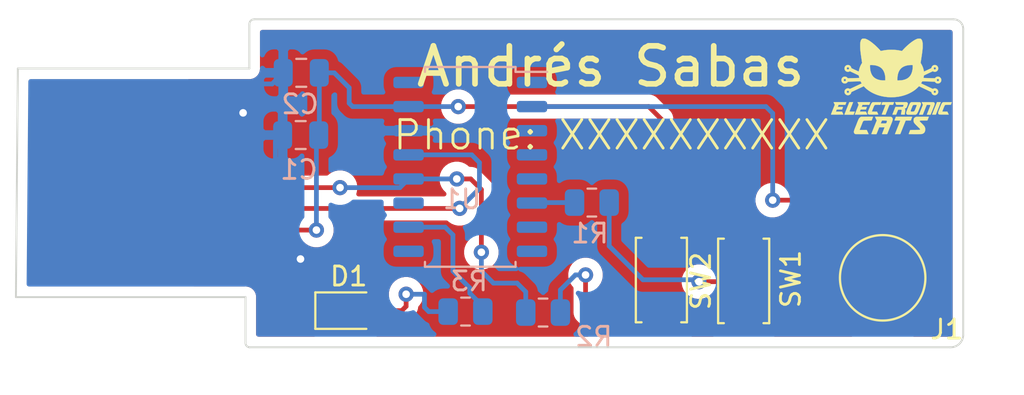
<source format=kicad_pcb>
(kicad_pcb (version 20171130) (host pcbnew "(5.1.9)-1")

  (general
    (thickness 1.6)
    (drawings 14)
    (tracks 110)
    (zones 0)
    (modules 12)
    (nets 20)
  )

  (page A4)
  (title_block
    (date 2021-01-28)
    (rev 1.0)
    (company "Electronic Cats")
  )

  (layers
    (0 F.Cu signal)
    (31 B.Cu signal)
    (32 B.Adhes user)
    (33 F.Adhes user)
    (34 B.Paste user)
    (35 F.Paste user)
    (36 B.SilkS user)
    (37 F.SilkS user)
    (38 B.Mask user)
    (39 F.Mask user)
    (40 Dwgs.User user)
    (41 Cmts.User user)
    (42 Eco1.User user)
    (43 Eco2.User user)
    (44 Edge.Cuts user)
    (45 Margin user)
    (46 B.CrtYd user)
    (47 F.CrtYd user)
    (48 B.Fab user)
    (49 F.Fab user)
  )

  (setup
    (last_trace_width 0.25)
    (trace_clearance 0.2)
    (zone_clearance 0.508)
    (zone_45_only no)
    (trace_min 0.2)
    (via_size 0.8)
    (via_drill 0.4)
    (via_min_size 0.4)
    (via_min_drill 0.3)
    (uvia_size 0.3)
    (uvia_drill 0.1)
    (uvias_allowed no)
    (uvia_min_size 0.2)
    (uvia_min_drill 0.1)
    (edge_width 0.1)
    (segment_width 0.2)
    (pcb_text_width 0.3)
    (pcb_text_size 1.5 1.5)
    (mod_edge_width 0.15)
    (mod_text_size 1 1)
    (mod_text_width 0.15)
    (pad_size 5.5 5.5)
    (pad_drill 0)
    (pad_to_mask_clearance 0)
    (aux_axis_origin 0 0)
    (visible_elements 7FFFFFFF)
    (pcbplotparams
      (layerselection 0x010fc_ffffffff)
      (usegerberextensions false)
      (usegerberattributes true)
      (usegerberadvancedattributes true)
      (creategerberjobfile true)
      (excludeedgelayer true)
      (linewidth 0.100000)
      (plotframeref false)
      (viasonmask false)
      (mode 1)
      (useauxorigin false)
      (hpglpennumber 1)
      (hpglpenspeed 20)
      (hpglpendiameter 15.000000)
      (psnegative false)
      (psa4output false)
      (plotreference true)
      (plotvalue true)
      (plotinvisibletext false)
      (padsonsilk false)
      (subtractmaskfromsilk false)
      (outputformat 1)
      (mirror false)
      (drillshape 1)
      (scaleselection 1)
      (outputdirectory ""))
  )

  (net 0 "")
  (net 1 +5V)
  (net 2 GND)
  (net 3 "Net-(D1-Pad2)")
  (net 4 /PAD)
  (net 5 /UDM)
  (net 6 /UDP)
  (net 7 "Net-(R1-Pad2)")
  (net 8 /RST)
  (net 9 "Net-(R2-Pad1)")
  (net 10 /P3.3)
  (net 11 "Net-(U1-Pad16)")
  (net 12 "Net-(U1-Pad11)")
  (net 13 "Net-(U1-Pad8)")
  (net 14 "Net-(U1-Pad7)")
  (net 15 "Net-(U1-Pad5)")
  (net 16 "Net-(U1-Pad4)")
  (net 17 "Net-(U1-Pad3)")
  (net 18 "Net-(U1-Pad1)")
  (net 19 "Net-(U1-Pad9)")

  (net_class Default "Esta es la clase de red por defecto."
    (clearance 0.2)
    (trace_width 0.25)
    (via_dia 0.8)
    (via_drill 0.4)
    (uvia_dia 0.3)
    (uvia_drill 0.1)
    (add_net +5V)
    (add_net /P3.3)
    (add_net /PAD)
    (add_net /RST)
    (add_net /UDM)
    (add_net /UDP)
    (add_net GND)
    (add_net "Net-(D1-Pad2)")
    (add_net "Net-(R1-Pad2)")
    (add_net "Net-(R2-Pad1)")
    (add_net "Net-(U1-Pad1)")
    (add_net "Net-(U1-Pad11)")
    (add_net "Net-(U1-Pad16)")
    (add_net "Net-(U1-Pad3)")
    (add_net "Net-(U1-Pad4)")
    (add_net "Net-(U1-Pad5)")
    (add_net "Net-(U1-Pad7)")
    (add_net "Net-(U1-Pad8)")
    (add_net "Net-(U1-Pad9)")
  )

  (module Aesthetics:electronic_cats_logo_4x3 (layer F.Cu) (tedit 0) (tstamp 6014AB81)
    (at 132.3594 79.7306)
    (fp_text reference G*** (at -0.0762 1.2192) (layer F.SilkS) hide
      (effects (font (size 1.524 1.524) (thickness 0.3)))
    )
    (fp_text value LOGO (at -0.1884 0.7786) (layer F.SilkS) hide
      (effects (font (size 1.524 1.524) (thickness 0.3)))
    )
    (fp_poly (pts (xy 1.492024 -2.514153) (xy 1.514312 -2.512406) (xy 1.531751 -2.508753) (xy 1.546134 -2.502586)
      (xy 1.559256 -2.4933) (xy 1.572912 -2.480287) (xy 1.576859 -2.476124) (xy 1.594461 -2.453743)
      (xy 1.609397 -2.426715) (xy 1.622047 -2.394081) (xy 1.632789 -2.354882) (xy 1.641099 -2.313426)
      (xy 1.643427 -2.298253) (xy 1.645234 -2.281825) (xy 1.646575 -2.262889) (xy 1.647507 -2.240188)
      (xy 1.648084 -2.212467) (xy 1.648363 -2.178469) (xy 1.648409 -2.148417) (xy 1.648174 -2.104444)
      (xy 1.647429 -2.064304) (xy 1.646055 -2.026341) (xy 1.643936 -1.9889) (xy 1.640955 -1.950324)
      (xy 1.636994 -1.908957) (xy 1.631935 -1.863145) (xy 1.625663 -1.811231) (xy 1.623081 -1.7907)
      (xy 1.620516 -1.77065) (xy 1.617959 -1.751118) (xy 1.615298 -1.731338) (xy 1.612419 -1.710544)
      (xy 1.609209 -1.687972) (xy 1.605556 -1.662856) (xy 1.601346 -1.634429) (xy 1.596467 -1.601928)
      (xy 1.590805 -1.564585) (xy 1.584247 -1.521635) (xy 1.57668 -1.472314) (xy 1.567992 -1.415855)
      (xy 1.56215 -1.37795) (xy 1.539955 -1.234017) (xy 1.566535 -1.191888) (xy 1.590077 -1.151766)
      (xy 1.613747 -1.106335) (xy 1.636124 -1.058611) (xy 1.655788 -1.01161) (xy 1.670113 -0.97205)
      (xy 1.677908 -0.94681) (xy 1.685686 -0.918863) (xy 1.693047 -0.889954) (xy 1.699587 -0.861824)
      (xy 1.704907 -0.836219) (xy 1.708603 -0.814881) (xy 1.710275 -0.799554) (xy 1.710331 -0.797452)
      (xy 1.711555 -0.786553) (xy 1.713928 -0.779713) (xy 1.716561 -0.779244) (xy 1.722977 -0.780822)
      (xy 1.733656 -0.784654) (xy 1.749078 -0.79095) (xy 1.769724 -0.799918) (xy 1.796074 -0.811767)
      (xy 1.828609 -0.826705) (xy 1.867809 -0.84494) (xy 1.91264 -0.865969) (xy 2.07356 -0.941678)
      (xy 2.227781 -0.941678) (xy 2.232051 -0.922787) (xy 2.242112 -0.906525) (xy 2.25663 -0.894009)
      (xy 2.274273 -0.886357) (xy 2.293708 -0.884683) (xy 2.313601 -0.890106) (xy 2.315469 -0.891033)
      (xy 2.332595 -0.903956) (xy 2.343309 -0.920538) (xy 2.347801 -0.939138) (xy 2.346263 -0.958114)
      (xy 2.338885 -0.975825) (xy 2.325857 -0.990629) (xy 2.307371 -1.000885) (xy 2.302546 -1.002379)
      (xy 2.282559 -1.003686) (xy 2.263028 -0.99786) (xy 2.246046 -0.986076) (xy 2.233709 -0.969507)
      (xy 2.230636 -0.962082) (xy 2.227781 -0.941678) (xy 2.07356 -0.941678) (xy 2.10782 -0.957796)
      (xy 2.112742 -0.981606) (xy 2.124139 -1.01727) (xy 2.142203 -1.049029) (xy 2.165919 -1.076189)
      (xy 2.194276 -1.098054) (xy 2.226262 -1.113932) (xy 2.260864 -1.123125) (xy 2.297071 -1.12494)
      (xy 2.317902 -1.122432) (xy 2.355735 -1.111466) (xy 2.389185 -1.093763) (xy 2.417587 -1.070113)
      (xy 2.440279 -1.041306) (xy 2.456597 -1.008131) (xy 2.465875 -0.97138) (xy 2.467826 -0.944034)
      (xy 2.463838 -0.905502) (xy 2.452343 -0.869867) (xy 2.434042 -0.837957) (xy 2.409637 -0.810596)
      (xy 2.37983 -0.78861) (xy 2.345323 -0.772827) (xy 2.316096 -0.765438) (xy 2.279523 -0.763155)
      (xy 2.243352 -0.769068) (xy 2.207739 -0.78287) (xy 2.182395 -0.795417) (xy 1.951622 -0.687098)
      (xy 1.910134 -0.667558) (xy 1.870866 -0.648936) (xy 1.834502 -0.631563) (xy 1.801724 -0.615774)
      (xy 1.773216 -0.601899) (xy 1.749662 -0.590272) (xy 1.731743 -0.581224) (xy 1.720143 -0.575089)
      (xy 1.715558 -0.572214) (xy 1.711688 -0.563323) (xy 1.710225 -0.5527) (xy 1.709356 -0.543415)
      (xy 1.70703 -0.528099) (xy 1.703616 -0.50899) (xy 1.700058 -0.491067) (xy 1.696166 -0.471992)
      (xy 1.693106 -0.456275) (xy 1.691187 -0.445569) (xy 1.690716 -0.441536) (xy 1.694967 -0.441279)
      (xy 1.707009 -0.440805) (xy 1.72617 -0.440137) (xy 1.751776 -0.439295) (xy 1.783156 -0.438301)
      (xy 1.819636 -0.437174) (xy 1.860545 -0.435937) (xy 1.905209 -0.434611) (xy 1.952957 -0.433216)
      (xy 1.993888 -0.432038) (xy 2.051829 -0.430389) (xy 2.101891 -0.428991) (xy 2.144657 -0.427843)
      (xy 2.180711 -0.426942) (xy 2.210637 -0.426285) (xy 2.235018 -0.425869) (xy 2.254439 -0.425693)
      (xy 2.269482 -0.425754) (xy 2.280731 -0.426048) (xy 2.288771 -0.426575) (xy 2.294184 -0.427331)
      (xy 2.297555 -0.428313) (xy 2.299466 -0.429519) (xy 2.300381 -0.430722) (xy 2.311245 -0.445516)
      (xy 2.327194 -0.461687) (xy 2.345673 -0.476961) (xy 2.364129 -0.489065) (xy 2.368536 -0.491376)
      (xy 2.405238 -0.505132) (xy 2.442304 -0.510987) (xy 2.47874 -0.509268) (xy 2.513554 -0.500301)
      (xy 2.545752 -0.484416) (xy 2.57434 -0.461938) (xy 2.598325 -0.433195) (xy 2.610841 -0.41158)
      (xy 2.617699 -0.397377) (xy 2.622241 -0.386237) (xy 2.624942 -0.375728) (xy 2.626281 -0.363421)
      (xy 2.626736 -0.346883) (xy 2.626783 -0.33042) (xy 2.626639 -0.308838) (xy 2.625929 -0.293327)
      (xy 2.624232 -0.28149) (xy 2.621129 -0.270932) (xy 2.616201 -0.259259) (xy 2.6132 -0.252841)
      (xy 2.593256 -0.220007) (xy 2.567857 -0.192975) (xy 2.538042 -0.17212) (xy 2.504852 -0.157815)
      (xy 2.469329 -0.150435) (xy 2.432513 -0.150353) (xy 2.395446 -0.157944) (xy 2.373034 -0.166558)
      (xy 2.355948 -0.176681) (xy 2.336653 -0.191725) (xy 2.317588 -0.209535) (xy 2.301193 -0.227955)
      (xy 2.296553 -0.234125) (xy 2.288116 -0.246) (xy 2.004483 -0.254171) (xy 1.93895 -0.256052)
      (xy 1.881361 -0.257679) (xy 1.8312 -0.259055) (xy 1.787949 -0.260179) (xy 1.751088 -0.261053)
      (xy 1.720102 -0.261676) (xy 1.694471 -0.262051) (xy 1.673678 -0.262177) (xy 1.657206 -0.262056)
      (xy 1.644536 -0.261688) (xy 1.63515 -0.261074) (xy 1.628531 -0.260214) (xy 1.624161 -0.25911)
      (xy 1.621521 -0.257763) (xy 1.620095 -0.256172) (xy 1.619484 -0.254741) (xy 1.61652 -0.248241)
      (xy 1.610208 -0.236102) (xy 1.601447 -0.220007) (xy 1.591139 -0.201638) (xy 1.590185 -0.199964)
      (xy 1.563338 -0.152913) (xy 1.872775 -0.007191) (xy 2.182213 0.138531) (xy 2.205817 0.126536)
      (xy 2.241692 0.11274) (xy 2.278504 0.106774) (xy 2.315121 0.108369) (xy 2.350409 0.117254)
      (xy 2.383234 0.133162) (xy 2.412465 0.155824) (xy 2.434012 0.180715) (xy 2.448477 0.203532)
      (xy 2.458088 0.225837) (xy 2.463606 0.250236) (xy 2.465795 0.27934) (xy 2.465916 0.289983)
      (xy 2.465716 0.31002) (xy 2.464717 0.324483) (xy 2.462322 0.33626) (xy 2.457932 0.348242)
      (xy 2.45095 0.363317) (xy 2.450588 0.364066) (xy 2.430415 0.397062) (xy 2.40527 0.424062)
      (xy 2.37618 0.444865) (xy 2.344172 0.459272) (xy 2.310271 0.467083) (xy 2.275505 0.4681)
      (xy 2.240899 0.462122) (xy 2.207481 0.44895) (xy 2.176275 0.428385) (xy 2.166036 0.419374)
      (xy 2.143435 0.394048) (xy 2.126721 0.365686) (xy 2.114553 0.331964) (xy 2.113667 0.32871)
      (xy 2.106083 0.300202) (xy 2.085289 0.290404) (xy 2.229072 0.290404) (xy 2.232822 0.308983)
      (xy 2.242714 0.325947) (xy 2.258302 0.339246) (xy 2.277028 0.346061) (xy 2.29762 0.346146)
      (xy 2.316923 0.339589) (xy 2.320298 0.337523) (xy 2.335971 0.322798) (xy 2.34494 0.305269)
      (xy 2.347652 0.286474) (xy 2.344557 0.267951) (xy 2.336103 0.251241) (xy 2.32274 0.237881)
      (xy 2.304917 0.229411) (xy 2.288116 0.227188) (xy 2.2673 0.230743) (xy 2.250579 0.240382)
      (xy 2.23836 0.254564) (xy 2.231055 0.271752) (xy 2.229072 0.290404) (xy 2.085289 0.290404)
      (xy 1.780788 0.146926) (xy 1.455492 -0.00635) (xy 1.389204 0.059442) (xy 1.345611 0.101489)
      (xy 1.304297 0.138546) (xy 1.262799 0.172626) (xy 1.218655 0.205743) (xy 1.169403 0.239908)
      (xy 1.164166 0.243417) (xy 1.062694 0.306247) (xy 0.955802 0.362864) (xy 0.843999 0.413101)
      (xy 0.727792 0.456792) (xy 0.60769 0.49377) (xy 0.484199 0.523867) (xy 0.357829 0.546917)
      (xy 0.229087 0.562752) (xy 0.179916 0.566824) (xy 0.148521 0.568753) (xy 0.112406 0.570431)
      (xy 0.073652 0.571807) (xy 0.034336 0.572831) (xy -0.003462 0.573452) (xy -0.037664 0.573619)
      (xy -0.06619 0.573281) (xy -0.074084 0.573047) (xy -0.210383 0.5645) (xy -0.343508 0.548755)
      (xy -0.473182 0.525896) (xy -0.599129 0.496006) (xy -0.721071 0.459169) (xy -0.838731 0.41547)
      (xy -0.951832 0.364991) (xy -1.060097 0.307816) (xy -1.163249 0.24403) (xy -1.164167 0.243417)
      (xy -1.214057 0.209038) (xy -1.258596 0.175908) (xy -1.300246 0.142013) (xy -1.341469 0.105339)
      (xy -1.384728 0.063875) (xy -1.389205 0.059442) (xy -1.455493 -0.00635) (xy -1.780789 0.146926)
      (xy -2.106084 0.300202) (xy -2.113668 0.32871) (xy -2.125506 0.363006) (xy -2.141772 0.391742)
      (xy -2.163809 0.417239) (xy -2.166037 0.419374) (xy -2.19622 0.442581) (xy -2.228978 0.458325)
      (xy -2.263284 0.466805) (xy -2.298111 0.468221) (xy -2.332432 0.462773) (xy -2.365222 0.450659)
      (xy -2.395454 0.43208) (xy -2.422101 0.407235) (xy -2.444136 0.376323) (xy -2.450589 0.364066)
      (xy -2.457694 0.348796) (xy -2.462182 0.336742) (xy -2.464649 0.325015) (xy -2.465695 0.310725)
      (xy -2.465917 0.290982) (xy -2.465917 0.290811) (xy -2.348474 0.290811) (xy -2.343961 0.308376)
      (xy -2.33434 0.324003) (xy -2.320676 0.3365) (xy -2.304035 0.344676) (xy -2.285483 0.34734)
      (xy -2.266087 0.343302) (xy -2.260724 0.340847) (xy -2.24533 0.328757) (xy -2.234618 0.312104)
      (xy -2.229191 0.29311) (xy -2.229653 0.274) (xy -2.236608 0.256997) (xy -2.237579 0.255638)
      (xy -2.254847 0.238157) (xy -2.273976 0.22852) (xy -2.293846 0.226738) (xy -2.31334 0.232823)
      (xy -2.33134 0.246786) (xy -2.337907 0.254628) (xy -2.346811 0.272497) (xy -2.348474 0.290811)
      (xy -2.465917 0.290811) (xy -2.465917 0.289983) (xy -2.464627 0.258841) (xy -2.460248 0.233231)
      (xy -2.452018 0.210544) (xy -2.439176 0.188172) (xy -2.434013 0.180715) (xy -2.408814 0.152419)
      (xy -2.379038 0.130643) (xy -2.345818 0.115657) (xy -2.310287 0.107728) (xy -2.273579 0.107127)
      (xy -2.236826 0.114123) (xy -2.205818 0.126536) (xy -2.182214 0.138531) (xy -1.872776 -0.007191)
      (xy -1.563339 -0.152913) (xy -1.590186 -0.199964) (xy -1.600587 -0.218452) (xy -1.609521 -0.234816)
      (xy -1.616086 -0.247372) (xy -1.619382 -0.254437) (xy -1.619485 -0.254741) (xy -1.620319 -0.256523)
      (xy -1.621955 -0.258063) (xy -1.624912 -0.25936) (xy -1.629708 -0.260413) (xy -1.636861 -0.261222)
      (xy -1.646888 -0.261785) (xy -1.660307 -0.262101) (xy -1.677637 -0.262171) (xy -1.699395 -0.261993)
      (xy -1.726098 -0.261567) (xy -1.758265 -0.260891) (xy -1.796414 -0.259966) (xy -1.841062 -0.258789)
      (xy -1.892728 -0.257361) (xy -1.951928 -0.255681) (xy -2.004484 -0.254171) (xy -2.288117 -0.246)
      (xy -2.296554 -0.234125) (xy -2.311445 -0.215998) (xy -2.329856 -0.19773) (xy -2.349348 -0.181477)
      (xy -2.367481 -0.169394) (xy -2.373035 -0.166558) (xy -2.409741 -0.154076) (xy -2.446835 -0.149496)
      (xy -2.483274 -0.152443) (xy -2.518019 -0.162545) (xy -2.550027 -0.179427) (xy -2.578258 -0.202714)
      (xy -2.601672 -0.232034) (xy -2.613201 -0.252841) (xy -2.619111 -0.265836) (xy -2.623003 -0.27661)
      (xy -2.625295 -0.28756) (xy -2.626408 -0.30108) (xy -2.626761 -0.319567) (xy -2.626784 -0.33042)
      (xy -2.626783 -0.330678) (xy -2.509583 -0.330678) (xy -2.509152 -0.322351) (xy -2.506378 -0.308868)
      (xy -2.500332 -0.298056) (xy -2.489783 -0.286967) (xy -2.478393 -0.277329) (xy -2.468744 -0.272547)
      (xy -2.457094 -0.271022) (xy -2.452323 -0.270962) (xy -2.433022 -0.273402) (xy -2.419949 -0.278968)
      (xy -2.40438 -0.293575) (xy -2.394987 -0.311575) (xy -2.391733 -0.331164) (xy -2.394584 -0.350533)
      (xy -2.403503 -0.367879) (xy -2.418454 -0.381393) (xy -2.422015 -0.383401) (xy -2.442786 -0.390008)
      (xy -2.462941 -0.389159) (xy -2.481088 -0.381827) (xy -2.495838 -0.368986) (xy -2.5058 -0.351612)
      (xy -2.509583 -0.330678) (xy -2.626783 -0.330678) (xy -2.626678 -0.351674) (xy -2.626042 -0.366892)
      (xy -2.624398 -0.378505) (xy -2.621269 -0.388943) (xy -2.616177 -0.400639) (xy -2.610842 -0.41158)
      (xy -2.590338 -0.444175) (xy -2.564593 -0.470714) (xy -2.5346 -0.490872) (xy -2.501352 -0.50432)
      (xy -2.465843 -0.510732) (xy -2.429068 -0.50978) (xy -2.392018 -0.501137) (xy -2.368537 -0.491376)
      (xy -2.350498 -0.480448) (xy -2.331781 -0.465768) (xy -2.314942 -0.44961) (xy -2.302534 -0.434248)
      (xy -2.300382 -0.430722) (xy -2.299253 -0.429326) (xy -2.297162 -0.428153) (xy -2.293525 -0.427204)
      (xy -2.287759 -0.426482) (xy -2.27928 -0.42599) (xy -2.267504 -0.42573) (xy -2.251848 -0.425704)
      (xy -2.231728 -0.425916) (xy -2.20656 -0.426367) (xy -2.175762 -0.42706) (xy -2.138748 -0.427998)
      (xy -2.094936 -0.429183) (xy -2.043742 -0.430617) (xy -1.993889 -0.432038) (xy -1.944118 -0.433473)
      (xy -1.896878 -0.434857) (xy -1.852844 -0.436169) (xy -1.812687 -0.437387) (xy -1.77708 -0.438491)
      (xy -1.746695 -0.43946) (xy -1.722206 -0.440272) (xy -1.704284 -0.440906) (xy -1.693601 -0.441342)
      (xy -1.690717 -0.441536) (xy -1.691218 -0.445753) (xy -1.693168 -0.456597) (xy -1.696252 -0.472414)
      (xy -1.700059 -0.491067) (xy -1.704118 -0.511655) (xy -1.707409 -0.530391) (xy -1.709564 -0.545037)
      (xy -1.710226 -0.5527) (xy -1.711934 -0.56422) (xy -1.715559 -0.572214) (xy -1.720255 -0.57515)
      (xy -1.731943 -0.581327) (xy -1.749942 -0.590411) (xy -1.773567 -0.60207) (xy -1.802136 -0.615973)
      (xy -1.834966 -0.631786) (xy -1.871374 -0.649177) (xy -1.910676 -0.667814) (xy -1.951623 -0.687098)
      (xy -2.182396 -0.795417) (xy -2.20774 -0.78287) (xy -2.244177 -0.768841) (xy -2.28035 -0.763116)
      (xy -2.316097 -0.765438) (xy -2.353735 -0.775902) (xy -2.387211 -0.793202) (xy -2.415824 -0.816512)
      (xy -2.438871 -0.845005) (xy -2.455652 -0.877856) (xy -2.465463 -0.914238) (xy -2.467498 -0.939889)
      (xy -2.348172 -0.939889) (xy -2.343628 -0.920536) (xy -2.338626 -0.911245) (xy -2.324486 -0.896856)
      (xy -2.305879 -0.887911) (xy -2.285318 -0.885062) (xy -2.265317 -0.888961) (xy -2.260764 -0.891033)
      (xy -2.243248 -0.904109) (xy -2.232343 -0.920698) (xy -2.227897 -0.939221) (xy -2.229754 -0.958098)
      (xy -2.237763 -0.975753) (xy -2.251769 -0.990604) (xy -2.271454 -1.001018) (xy -2.291588 -1.0041)
      (xy -2.310125 -1.000082) (xy -2.326058 -0.990306) (xy -2.338381 -0.976119) (xy -2.346088 -0.958865)
      (xy -2.348172 -0.939889) (xy -2.467498 -0.939889) (xy -2.467827 -0.944034) (xy -2.463863 -0.982891)
      (xy -2.452412 -1.018671) (xy -2.434139 -1.050594) (xy -2.409706 -1.077878) (xy -2.379777 -1.099743)
      (xy -2.345016 -1.115407) (xy -2.316142 -1.122622) (xy -2.279162 -1.124892) (xy -2.243383 -1.11939)
      (xy -2.209802 -1.106807) (xy -2.179417 -1.087834) (xy -2.153225 -1.063163) (xy -2.132224 -1.033486)
      (xy -2.117412 -0.999494) (xy -2.112743 -0.981606) (xy -2.107821 -0.957796) (xy -1.912783 -0.866036)
      (xy -1.874894 -0.848255) (xy -1.839372 -0.83167) (xy -1.806942 -0.816615) (xy -1.778329 -0.803421)
      (xy -1.754259 -0.792423) (xy -1.735458 -0.783951) (xy -1.722651 -0.77834) (xy -1.716563 -0.775922)
      (xy -1.716159 -0.775864) (xy -1.71489 -0.780406) (xy -1.712569 -0.791662) (xy -1.709514 -0.807993)
      (xy -1.706043 -0.827758) (xy -1.705653 -0.830051) (xy -1.687617 -0.912773) (xy -1.661806 -0.995356)
      (xy -1.628821 -1.076247) (xy -1.125904 -1.076247) (xy -1.125707 -1.052995) (xy -1.124996 -1.026232)
      (xy -1.123838 -0.997603) (xy -1.122301 -0.968748) (xy -1.120454 -0.94131) (xy -1.118362 -0.916932)
      (xy -1.116095 -0.897255) (xy -1.115824 -0.89535) (xy -1.100785 -0.813472) (xy -1.080588 -0.738274)
      (xy -1.05521 -0.669704) (xy -1.02463 -0.607713) (xy -0.988823 -0.552249) (xy -0.947769 -0.503262)
      (xy -0.939898 -0.495206) (xy -0.891237 -0.452469) (xy -0.836168 -0.415072) (xy -0.774946 -0.383128)
      (xy -0.707823 -0.356751) (xy -0.635053 -0.336054) (xy -0.55689 -0.32115) (xy -0.548217 -0.319903)
      (xy -0.524207 -0.316611) (xy -0.504817 -0.314181) (xy -0.487988 -0.312491) (xy -0.471661 -0.31142)
      (xy -0.453777 -0.310846) (xy -0.432276 -0.310647) (xy -0.405099 -0.3107) (xy -0.3937 -0.310757)
      (xy -0.319617 -0.31115) (xy -0.31841 -0.383117) (xy -0.31849 -0.387024) (xy 0.317499 -0.387024)
      (xy 0.317677 -0.363042) (xy 0.318169 -0.342024) (xy 0.318914 -0.325427) (xy 0.319851 -0.314707)
      (xy 0.320674 -0.311362) (xy 0.326107 -0.310149) (xy 0.338645 -0.309469) (xy 0.356947 -0.309276)
      (xy 0.379671 -0.30952) (xy 0.405476 -0.310155) (xy 0.433022 -0.311132) (xy 0.460966 -0.312404)
      (xy 0.487967 -0.313923) (xy 0.512684 -0.315641) (xy 0.533775 -0.31751) (xy 0.549899 -0.319483)
      (xy 0.550333 -0.31955) (xy 0.565367 -0.322449) (xy 2.391714 -0.322449) (xy 2.397819 -0.303671)
      (xy 2.409645 -0.287854) (xy 2.426331 -0.276517) (xy 2.44701 -0.271181) (xy 2.452322 -0.270962)
      (xy 2.465405 -0.27178) (xy 2.475289 -0.275343) (xy 2.485713 -0.283251) (xy 2.489782 -0.286967)
      (xy 2.503948 -0.305157) (xy 2.51008 -0.325345) (xy 2.508004 -0.346675) (xy 2.504048 -0.357051)
      (xy 2.491987 -0.373699) (xy 2.475566 -0.384571) (xy 2.456664 -0.389562) (xy 2.437161 -0.388568)
      (xy 2.418937 -0.381485) (xy 2.403873 -0.368209) (xy 2.400128 -0.362803) (xy 2.392196 -0.342666)
      (xy 2.391714 -0.322449) (xy 0.565367 -0.322449) (xy 0.631009 -0.335106) (xy 0.705072 -0.355854)
      (xy 0.772666 -0.38194) (xy 0.833935 -0.413511) (xy 0.889022 -0.450713) (xy 0.938073 -0.493692)
      (xy 0.98123 -0.542597) (xy 1.018637 -0.597572) (xy 1.05044 -0.658765) (xy 1.076781 -0.726323)
      (xy 1.097805 -0.800392) (xy 1.113656 -0.881118) (xy 1.115823 -0.89535) (xy 1.118106 -0.914375)
      (xy 1.120221 -0.938291) (xy 1.1221 -0.965458) (xy 1.123677 -0.994233) (xy 1.124882 -1.022973)
      (xy 1.125648 -1.050036) (xy 1.125909 -1.073781) (xy 1.125595 -1.092564) (xy 1.12464 -1.104744)
      (xy 1.124484 -1.105655) (xy 1.121651 -1.120756) (xy 1.0847 -1.123541) (xy 1.058304 -1.124467)
      (xy 1.025742 -1.123937) (xy 0.989159 -1.122097) (xy 0.950705 -1.119095) (xy 0.912525 -1.115076)
      (xy 0.876768 -1.110188) (xy 0.867833 -1.108742) (xy 0.794791 -1.093371) (xy 0.726004 -1.072645)
      (xy 0.662137 -1.046868) (xy 0.603855 -1.016343) (xy 0.551823 -0.981376) (xy 0.509383 -0.944899)
      (xy 0.466738 -0.897568) (xy 0.429159 -0.843747) (xy 0.396781 -0.783831) (xy 0.369741 -0.718211)
      (xy 0.348172 -0.647282) (xy 0.332211 -0.571436) (xy 0.321993 -0.491067) (xy 0.317652 -0.406568)
      (xy 0.317499 -0.387024) (xy -0.31849 -0.387024) (xy -0.3201 -0.46511) (xy -0.327834 -0.544169)
      (xy -0.341424 -0.619736) (xy -0.360679 -0.691252) (xy -0.38541 -0.758159) (xy -0.415427 -0.819897)
      (xy -0.45054 -0.875908) (xy -0.490559 -0.925634) (xy -0.509334 -0.945047) (xy -0.554083 -0.983264)
      (xy -0.605766 -1.017545) (xy -0.663653 -1.047555) (xy -0.727018 -1.072964) (xy -0.795131 -1.093438)
      (xy -0.867266 -1.108646) (xy -0.867834 -1.108742) (xy -0.902573 -1.11384) (xy -0.940311 -1.118107)
      (xy -0.978903 -1.121397) (xy -1.0162 -1.123564) (xy -1.050056 -1.124461) (xy -1.078324 -1.123941)
      (xy -1.084701 -1.123541) (xy -1.121652 -1.120756) (xy -1.124485 -1.105655) (xy -1.125519 -1.094348)
      (xy -1.125904 -1.076247) (xy -1.628821 -1.076247) (xy -1.628799 -1.076299) (xy -1.589178 -1.154099)
      (xy -1.564203 -1.195917) (xy -1.540135 -1.234017) (xy -1.555563 -1.337734) (xy -1.567911 -1.420983)
      (xy -1.579014 -1.496474) (xy -1.588938 -1.56481) (xy -1.597748 -1.6266) (xy -1.605507 -1.682447)
      (xy -1.612281 -1.732957) (xy -1.618135 -1.778737) (xy -1.623133 -1.820393) (xy -1.627339 -1.858529)
      (xy -1.630818 -1.893751) (xy -1.633635 -1.926666) (xy -1.635855 -1.957879) (xy -1.637542 -1.987996)
      (xy -1.638761 -2.017622) (xy -1.639576 -2.047364) (xy -1.640053 -2.077826) (xy -1.640255 -2.109615)
      (xy -1.640269 -2.131484) (xy -1.640138 -2.172332) (xy -1.63981 -2.205876) (xy -1.639236 -2.233276)
      (xy -1.638365 -2.255694) (xy -1.63715 -2.274291) (xy -1.635539 -2.290229) (xy -1.633485 -2.304667)
      (xy -1.632704 -2.309284) (xy -1.622212 -2.359377) (xy -1.609536 -2.401731) (xy -1.594422 -2.436852)
      (xy -1.576613 -2.465244) (xy -1.555853 -2.487413) (xy -1.535241 -2.502004) (xy -1.526207 -2.506995)
      (xy -1.518306 -2.510445) (xy -1.509709 -2.512642) (xy -1.498592 -2.513868) (xy -1.483126 -2.514411)
      (xy -1.461486 -2.514554) (xy -1.454775 -2.514561) (xy -1.430266 -2.514428) (xy -1.411898 -2.51379)
      (xy -1.397346 -2.51235) (xy -1.384288 -2.509807) (xy -1.370399 -2.505864) (xy -1.359525 -2.502307)
      (xy -1.305154 -2.481148) (xy -1.247339 -2.453008) (xy -1.185974 -2.417818) (xy -1.120955 -2.37551)
      (xy -1.052177 -2.326014) (xy -0.979536 -2.269261) (xy -0.902927 -2.205183) (xy -0.885087 -2.18971)
      (xy -0.858663 -2.166039) (xy -0.828108 -2.137652) (xy -0.794699 -2.105814) (xy -0.759713 -2.071791)
      (xy -0.724424 -2.036848) (xy -0.690109 -2.002251) (xy -0.658044 -1.969265) (xy -0.629506 -1.939157)
      (xy -0.605769 -1.913191) (xy -0.602017 -1.908955) (xy -0.558912 -1.859993) (xy -0.494298 -1.873943)
      (xy -0.42809 -1.887489) (xy -0.365731 -1.898564) (xy -0.305374 -1.907354) (xy -0.245171 -1.914045)
      (xy -0.183272 -1.918822) (xy -0.117831 -1.921871) (xy -0.046998 -1.923379) (xy 0 -1.92362)
      (xy 0.075062 -1.922968) (xy 0.143597 -1.920888) (xy 0.207454 -1.917195) (xy 0.26848 -1.911702)
      (xy 0.328523 -1.904224) (xy 0.389433 -1.894575) (xy 0.453057 -1.882569) (xy 0.494297 -1.873943)
      (xy 0.558911 -1.859993) (xy 0.602247 -1.908935) (xy 0.618328 -1.926668) (xy 0.638858 -1.948658)
      (xy 0.662242 -1.973231) (xy 0.686883 -1.998716) (xy 0.711186 -2.023441) (xy 0.71969 -2.03198)
      (xy 0.788163 -2.098599) (xy 0.856727 -2.161701) (xy 0.924868 -2.220911) (xy 0.992071 -2.275856)
      (xy 1.057823 -2.32616) (xy 1.121608 -2.371451) (xy 1.182913 -2.411352) (xy 1.241223 -2.445491)
      (xy 1.296024 -2.473492) (xy 1.346801 -2.494981) (xy 1.364382 -2.501179) (xy 1.381569 -2.506675)
      (xy 1.395679 -2.510428) (xy 1.40913 -2.512768) (xy 1.424342 -2.514024) (xy 1.443734 -2.514524)
      (xy 1.463092 -2.5146) (xy 1.492024 -2.514153)) (layer F.SilkS) (width 0.01))
    (fp_poly (pts (xy 2.955383 0.833966) (xy 3.175 0.833966) (xy 3.175 0.845902) (xy 3.173467 0.854062)
      (xy 3.16926 0.868254) (xy 3.162965 0.886695) (xy 3.155167 0.907604) (xy 3.152383 0.914693)
      (xy 3.129766 0.971549) (xy 2.988341 0.973666) (xy 2.944284 0.974447) (xy 2.908338 0.975357)
      (xy 2.880145 0.976413) (xy 2.859351 0.977632) (xy 2.8456 0.979031) (xy 2.838534 0.980627)
      (xy 2.838084 0.980852) (xy 2.824473 0.991643) (xy 2.810485 1.007538) (xy 2.798426 1.025609)
      (xy 2.79171 1.039691) (xy 2.788267 1.048647) (xy 2.782112 1.064342) (xy 2.773688 1.085657)
      (xy 2.76344 1.111474) (xy 2.751811 1.140674) (xy 2.739243 1.172141) (xy 2.731844 1.190627)
      (xy 2.719352 1.221937) (xy 2.707933 1.250795) (xy 2.697957 1.276247) (xy 2.689794 1.29734)
      (xy 2.683813 1.313122) (xy 2.680385 1.32264) (xy 2.6797 1.325035) (xy 2.683887 1.326337)
      (xy 2.696274 1.32741) (xy 2.716596 1.328248) (xy 2.744588 1.328841) (xy 2.779984 1.329182)
      (xy 2.813344 1.329266) (xy 2.946989 1.329266) (xy 2.974669 1.387474) (xy 2.985117 1.409672)
      (xy 2.994919 1.430906) (xy 3.003172 1.449194) (xy 3.008975 1.462555) (xy 3.010296 1.465791)
      (xy 3.018243 1.485899) (xy 2.773829 1.485518) (xy 2.728725 1.485382) (xy 2.685862 1.485128)
      (xy 2.646039 1.484768) (xy 2.610059 1.484316) (xy 2.578721 1.483785) (xy 2.552827 1.483188)
      (xy 2.533177 1.482537) (xy 2.520572 1.481847) (xy 2.516158 1.481293) (xy 2.502233 1.473829)
      (xy 2.488164 1.460705) (xy 2.476116 1.444408) (xy 2.468258 1.427422) (xy 2.467795 1.425814)
      (xy 2.465218 1.412598) (xy 2.464572 1.398073) (xy 2.466076 1.381418) (xy 2.469949 1.361812)
      (xy 2.47641 1.338435) (xy 2.48568 1.310464) (xy 2.497977 1.277078) (xy 2.51352 1.237458)
      (xy 2.526937 1.204383) (xy 2.539614 1.17323) (xy 2.553668 1.138331) (xy 2.56785 1.102814)
      (xy 2.58091 1.069803) (xy 2.588713 1.049866) (xy 2.605081 1.008371) (xy 2.619198 0.97401)
      (xy 2.631516 0.945897) (xy 2.642487 0.923142) (xy 2.652563 0.904857) (xy 2.662195 0.890154)
      (xy 2.671836 0.878143) (xy 2.680593 0.869183) (xy 2.688525 0.861663) (xy 2.695489 0.855295)
      (xy 2.702229 0.849984) (xy 2.709493 0.845634) (xy 2.718024 0.842149) (xy 2.72857 0.839434)
      (xy 2.741876 0.837393) (xy 2.758688 0.835932) (xy 2.779751 0.834953) (xy 2.805811 0.834362)
      (xy 2.837614 0.834063) (xy 2.875905 0.83396) (xy 2.921431 0.833958) (xy 2.955383 0.833966)) (layer F.SilkS) (width 0.01))
    (fp_poly (pts (xy 2.532708 0.829856) (xy 2.557541 0.8302) (xy 2.578145 0.83073) (xy 2.593346 0.83141)
      (xy 2.60197 0.832206) (xy 2.6035 0.832731) (xy 2.601963 0.837032) (xy 2.597507 0.848605)
      (xy 2.590365 0.866866) (xy 2.580769 0.891229) (xy 2.56895 0.921109) (xy 2.555141 0.95592)
      (xy 2.539574 0.995076) (xy 2.522481 1.037993) (xy 2.504094 1.084084) (xy 2.484645 1.132765)
      (xy 2.473426 1.160815) (xy 2.343353 1.485899) (xy 2.244826 1.485899) (xy 2.216961 1.485775)
      (xy 2.192151 1.485427) (xy 2.171573 1.484891) (xy 2.1564 1.484202) (xy 2.147808 1.483398)
      (xy 2.1463 1.48287) (xy 2.147835 1.478565) (xy 2.152286 1.466985) (xy 2.159422 1.448717)
      (xy 2.169009 1.424347) (xy 2.180817 1.394459) (xy 2.194613 1.359641) (xy 2.210165 1.320477)
      (xy 2.227242 1.277553) (xy 2.245611 1.231455) (xy 2.26504 1.182769) (xy 2.27622 1.154787)
      (xy 2.40614 0.829733) (xy 2.50482 0.829733) (xy 2.532708 0.829856)) (layer F.SilkS) (width 0.01))
    (fp_poly (pts (xy 0.368294 0.830122) (xy 0.415046 0.830238) (xy 0.46944 0.830435) (xy 0.49878 0.830558)
      (xy 0.798595 0.831849) (xy 0.823363 0.844549) (xy 0.845254 0.859509) (xy 0.85966 0.878297)
      (xy 0.866852 0.901347) (xy 0.867833 0.915588) (xy 0.86582 0.933244) (xy 0.859923 0.95764)
      (xy 0.850358 0.988108) (xy 0.837338 1.023979) (xy 0.821078 1.064584) (xy 0.816874 1.074589)
      (xy 0.805395 1.100305) (xy 0.795 1.119416) (xy 0.784245 1.133397) (xy 0.771683 1.143721)
      (xy 0.75587 1.151863) (xy 0.735359 1.159299) (xy 0.733131 1.160017) (xy 0.718124 1.164815)
      (xy 0.705899 1.168722) (xy 0.69909 1.170896) (xy 0.699069 1.170902) (xy 0.697727 1.174413)
      (xy 0.702684 1.182409) (xy 0.71012 1.191002) (xy 0.722289 1.206737) (xy 0.72857 1.22208)
      (xy 0.729702 1.227989) (xy 0.730153 1.239536) (xy 0.729356 1.258517) (xy 0.727402 1.284007)
      (xy 0.724383 1.31508) (xy 0.720387 1.350809) (xy 0.715508 1.39027) (xy 0.709834 1.432535)
      (xy 0.709194 1.437113) (xy 0.706587 1.4558) (xy 0.704484 1.471101) (xy 0.703125 1.481257)
      (xy 0.702733 1.48452) (xy 0.698696 1.484912) (xy 0.687375 1.485261) (xy 0.669951 1.48555)
      (xy 0.647605 1.485762) (xy 0.62152 1.48588) (xy 0.605366 1.485899) (xy 0.570756 1.485716)
      (xy 0.543412 1.485172) (xy 0.523639 1.484284) (xy 0.511738 1.483062) (xy 0.507999 1.481614)
      (xy 0.508714 1.476439) (xy 0.510726 1.464084) (xy 0.513837 1.445706) (xy 0.517851 1.42246)
      (xy 0.522569 1.395499) (xy 0.527186 1.369407) (xy 0.533168 1.33555) (xy 0.537677 1.308944)
      (xy 0.540734 1.288508) (xy 0.542364 1.27316) (xy 0.542589 1.261818) (xy 0.541434 1.253401)
      (xy 0.53892 1.246827) (xy 0.535073 1.241014) (xy 0.530083 1.235074) (xy 0.527054 1.232509)
      (xy 0.522295 1.230608) (xy 0.514633 1.229273) (xy 0.502898 1.228408) (xy 0.485915 1.227917)
      (xy 0.462513 1.227703) (xy 0.440177 1.227666) (xy 0.356733 1.227666) (xy 0.344138 1.256241)
      (xy 0.339032 1.268234) (xy 0.331428 1.286627) (xy 0.321927 1.309943) (xy 0.31113 1.336702)
      (xy 0.299637 1.365426) (xy 0.291717 1.385358) (xy 0.251891 1.485899) (xy 0.055148 1.485899)
      (xy 0.064615 1.461023) (xy 0.068158 1.451881) (xy 0.074454 1.435812) (xy 0.083131 1.41376)
      (xy 0.093817 1.386666) (xy 0.10614 1.355474) (xy 0.119729 1.321127) (xy 0.134211 1.284566)
      (xy 0.143933 1.260045) (xy 0.213783 1.083943) (xy 0.397933 1.083745) (xy 0.442621 1.083674)
      (xy 0.479652 1.083545) (xy 0.509834 1.083325) (xy 0.533977 1.082983) (xy 0.552889 1.082488)
      (xy 0.567379 1.081807) (xy 0.578257 1.080908) (xy 0.586331 1.079761) (xy 0.592411 1.078333)
      (xy 0.597305 1.076592) (xy 0.599016 1.075844) (xy 0.611579 1.069338) (xy 0.620246 1.062056)
      (xy 0.626837 1.051716) (xy 0.633172 1.036039) (xy 0.635022 1.030751) (xy 0.639398 1.018023)
      (xy 0.64261 1.007341) (xy 0.644034 0.998527) (xy 0.643049 0.991402) (xy 0.639034 0.985785)
      (xy 0.631367 0.981498) (xy 0.619425 0.978362) (xy 0.602588 0.976197) (xy 0.580233 0.974824)
      (xy 0.551738 0.974063) (xy 0.516482 0.973736) (xy 0.473843 0.973662) (xy 0.437044 0.973666)
      (xy 0.259983 0.973666) (xy 0.229475 0.907614) (xy 0.219433 0.88553) (xy 0.210783 0.865848)
      (xy 0.204111 0.849959) (xy 0.200007 0.839257) (xy 0.198966 0.835414) (xy 0.199827 0.834222)
      (xy 0.202779 0.833201) (xy 0.208378 0.832343) (xy 0.217178 0.831638) (xy 0.229735 0.831077)
      (xy 0.246604 0.830651) (xy 0.268339 0.830352) (xy 0.295496 0.83017) (xy 0.328629 0.830096)
      (xy 0.368294 0.830122)) (layer F.SilkS) (width 0.01))
    (fp_poly (pts (xy 0.02745 0.830529) (xy 0.058504 0.830713) (xy 0.083663 0.831008) (xy 0.103441 0.831423)
      (xy 0.118351 0.831965) (xy 0.12891 0.832641) (xy 0.135629 0.833459) (xy 0.139024 0.834426)
      (xy 0.139699 0.835226) (xy 0.138223 0.840875) (xy 0.134139 0.852946) (xy 0.127967 0.869995)
      (xy 0.120226 0.890576) (xy 0.114299 0.905933) (xy 0.105836 0.927718) (xy 0.098567 0.946568)
      (xy 0.093004 0.96115) (xy 0.089654 0.970131) (xy 0.088899 0.972378) (xy 0.084866 0.972749)
      (xy 0.073563 0.973078) (xy 0.05619 0.973349) (xy 0.033943 0.973546) (xy 0.00802 0.973652)
      (xy -0.005884 0.973666) (xy -0.100668 0.973666) (xy -0.11014 0.993774) (xy -0.115594 1.006055)
      (xy -0.122997 1.023676) (xy -0.131285 1.044067) (xy -0.137761 1.060449) (xy -0.143235 1.074393)
      (xy -0.151423 1.095107) (xy -0.16189 1.1215) (xy -0.174203 1.152482) (xy -0.187929 1.186961)
      (xy -0.202633 1.223849) (xy -0.217882 1.262054) (xy -0.226131 1.282699) (xy -0.240867 1.319619)
      (xy -0.254757 1.354517) (xy -0.267455 1.386521) (xy -0.278619 1.414762) (xy -0.287905 1.438368)
      (xy -0.294968 1.456468) (xy -0.299466 1.468192) (xy -0.300905 1.472141) (xy -0.305457 1.485899)
      (xy -0.404612 1.485899) (xy -0.438752 1.485723) (xy -0.466163 1.485204) (xy -0.486418 1.484362)
      (xy -0.499089 1.483214) (xy -0.503751 1.481779) (xy -0.503767 1.481682) (xy -0.502233 1.477108)
      (xy -0.497809 1.465359) (xy -0.490763 1.447119) (xy -0.481365 1.423069) (xy -0.469883 1.393892)
      (xy -0.456585 1.360268) (xy -0.441739 1.32288) (xy -0.425614 1.28241) (xy -0.40848 1.239541)
      (xy -0.40585 1.232974) (xy -0.388529 1.189687) (xy -0.37212 1.148613) (xy -0.356899 1.110444)
      (xy -0.343142 1.075876) (xy -0.331124 1.045602) (xy -0.321121 1.020316) (xy -0.313407 1.000712)
      (xy -0.308259 0.987484) (xy -0.305952 0.981326) (xy -0.305873 0.981074) (xy -0.305727 0.978813)
      (xy -0.307327 0.977063) (xy -0.311609 0.97576) (xy -0.319512 0.974839) (xy -0.331972 0.974235)
      (xy -0.349928 0.973881) (xy -0.374316 0.973714) (xy -0.406075 0.973667) (xy -0.412257 0.973666)
      (xy -0.445407 0.973631) (xy -0.471045 0.97348) (xy -0.490124 0.97315) (xy -0.503599 0.972574)
      (xy -0.512424 0.971688) (xy -0.517554 0.970425) (xy -0.519941 0.968722) (xy -0.520541 0.966512)
      (xy -0.52054 0.966258) (xy -0.519022 0.959917) (xy -0.514935 0.947222) (xy -0.508807 0.929699)
      (xy -0.501165 0.908875) (xy -0.496042 0.895349) (xy -0.471705 0.831849) (xy -0.166003 0.830763)
      (xy -0.106225 0.830575) (xy -0.0544 0.830468) (xy -0.010013 0.83045) (xy 0.02745 0.830529)) (layer F.SilkS) (width 0.01))
    (fp_poly (pts (xy -0.693624 0.834115) (xy -0.646325 0.83433) (xy -0.606523 0.834701) (xy -0.574395 0.835224)
      (xy -0.550118 0.835895) (xy -0.53387 0.836713) (xy -0.525828 0.837673) (xy -0.524934 0.838162)
      (xy -0.526421 0.843327) (xy -0.530537 0.854952) (xy -0.536763 0.871639) (xy -0.544579 0.891988)
      (xy -0.550856 0.908012) (xy -0.576778 0.973666) (xy -0.708547 0.97369) (xy -0.750261 0.973859)
      (xy -0.786042 0.974341) (xy -0.815342 0.975117) (xy -0.837611 0.97617) (xy -0.852297 0.977483)
      (xy -0.85725 0.978391) (xy -0.875606 0.987425) (xy -0.892747 1.003208) (xy -0.907053 1.024033)
      (xy -0.913371 1.037634) (xy -0.917077 1.047052) (xy -0.923474 1.063212) (xy -0.932116 1.084992)
      (xy -0.942557 1.111271) (xy -0.954351 1.140926) (xy -0.967053 1.172835) (xy -0.975404 1.193799)
      (xy -1.028538 1.327149) (xy -0.757876 1.331383) (xy -0.742589 1.363133) (xy -0.731306 1.386878)
      (xy -0.720305 1.410583) (xy -0.710178 1.432917) (xy -0.701512 1.45255) (xy -0.694899 1.468154)
      (xy -0.690927 1.478397) (xy -0.690034 1.481693) (xy -0.694242 1.482685) (xy -0.706772 1.483545)
      (xy -0.727476 1.48427) (xy -0.756211 1.484859) (xy -0.792831 1.485309) (xy -0.837191 1.485617)
      (xy -0.889146 1.48578) (xy -0.934509 1.485807) (xy -0.986332 1.485775) (xy -1.030379 1.485707)
      (xy -1.067341 1.485583) (xy -1.097908 1.48538) (xy -1.122771 1.485078) (xy -1.142621 1.484654)
      (xy -1.158149 1.484088) (xy -1.170044 1.483357) (xy -1.178998 1.482442) (xy -1.185702 1.481319)
      (xy -1.190846 1.479968) (xy -1.19512 1.478367) (xy -1.196696 1.477672) (xy -1.216301 1.464594)
      (xy -1.229947 1.445761) (xy -1.23776 1.420953) (xy -1.239686 1.403421) (xy -1.239651 1.389394)
      (xy -1.237984 1.374014) (xy -1.234406 1.356373) (xy -1.22864 1.33556) (xy -1.220409 1.310666)
      (xy -1.209434 1.280781) (xy -1.195439 1.244996) (xy -1.178974 1.204414) (xy -1.166597 1.174073)
      (xy -1.152456 1.139075) (xy -1.137849 1.102655) (xy -1.124077 1.068049) (xy -1.115963 1.047488)
      (xy -1.099405 1.005924) (xy -1.08514 0.971511) (xy -1.072734 0.94338) (xy -1.061754 0.920664)
      (xy -1.051769 0.902498) (xy -1.042346 0.888013) (xy -1.033053 0.876343) (xy -1.027827 0.870796)
      (xy -1.020162 0.863057) (xy -1.013388 0.85649) (xy -1.006772 0.850999) (xy -0.99958 0.846488)
      (xy -0.991078 0.84286) (xy -0.980534 0.840018) (xy -0.967214 0.837868) (xy -0.950384 0.836311)
      (xy -0.929312 0.835252) (xy -0.903263 0.834595) (xy -0.871504 0.834242) (xy -0.833303 0.834099)
      (xy -0.787925 0.834067) (xy -0.748242 0.834059) (xy -0.693624 0.834115)) (layer F.SilkS) (width 0.01))
    (fp_poly (pts (xy -1.376971 0.829786) (xy -1.314593 0.829947) (xy -1.260652 0.830216) (xy -1.215134 0.830592)
      (xy -1.178025 0.831076) (xy -1.149309 0.831669) (xy -1.128974 0.832369) (xy -1.117004 0.833178)
      (xy -1.113367 0.834032) (xy -1.114825 0.839228) (xy -1.118863 0.850925) (xy -1.12498 0.867739)
      (xy -1.132674 0.888283) (xy -1.139426 0.905953) (xy -1.165486 0.973575) (xy -1.343665 0.974679)
      (xy -1.521845 0.975783) (xy -1.565811 1.083733) (xy -1.290109 1.083733) (xy -1.292458 1.095374)
      (xy -1.294829 1.103484) (xy -1.2997 1.117647) (xy -1.306426 1.13606) (xy -1.314356 1.156918)
      (xy -1.316767 1.163108) (xy -1.338726 1.219199) (xy -1.477412 1.219199) (xy -1.517743 1.219277)
      (xy -1.550291 1.219528) (xy -1.575737 1.219976) (xy -1.594762 1.220647) (xy -1.608049 1.221566)
      (xy -1.616277 1.222759) (xy -1.62013 1.224251) (xy -1.620364 1.224491) (xy -1.623504 1.230322)
      (xy -1.628923 1.242323) (xy -1.63587 1.258761) (xy -1.643591 1.277901) (xy -1.643814 1.278466)
      (xy -1.662995 1.327149) (xy -1.501198 1.328257) (xy -1.339401 1.329364) (xy -1.304701 1.40492)
      (xy -1.29403 1.428287) (xy -1.284688 1.448995) (xy -1.277215 1.465828) (xy -1.27215 1.477571)
      (xy -1.270031 1.483006) (xy -1.270001 1.483188) (xy -1.274126 1.483618) (xy -1.286073 1.484027)
      (xy -1.305196 1.484409) (xy -1.330849 1.48476) (xy -1.362387 1.485074) (xy -1.399165 1.485345)
      (xy -1.440536 1.485568) (xy -1.485857 1.485738) (xy -1.53448 1.48585) (xy -1.585761 1.485898)
      (xy -1.596426 1.485899) (xy -1.922852 1.485899) (xy -1.919932 1.474258) (xy -1.917866 1.468332)
      (xy -1.912919 1.455266) (xy -1.905371 1.435774) (xy -1.895504 1.410568) (xy -1.883599 1.380363)
      (xy -1.869937 1.345872) (xy -1.8548 1.307808) (xy -1.838468 1.266885) (xy -1.821225 1.223817)
      (xy -1.81999 1.220739) (xy -1.802783 1.177745) (xy -1.786552 1.136996) (xy -1.771566 1.099186)
      (xy -1.758096 1.065006) (xy -1.746415 1.035149) (xy -1.736791 1.010309) (xy -1.729497 0.991177)
      (xy -1.724804 0.978447) (xy -1.722981 0.972811) (xy -1.722967 0.97267) (xy -1.724721 0.966904)
      (xy -1.729567 0.954964) (xy -1.736882 0.938283) (xy -1.746045 0.918296) (xy -1.7526 0.904412)
      (xy -1.762621 0.88305) (xy -1.771193 0.864064) (xy -1.777694 0.848892) (xy -1.7815 0.83897)
      (xy -1.782234 0.836038) (xy -1.781457 0.834876) (xy -1.778774 0.833862) (xy -1.773655 0.832989)
      (xy -1.765568 0.832245) (xy -1.753985 0.831621) (xy -1.738374 0.831106) (xy -1.718206 0.830691)
      (xy -1.69295 0.830366) (xy -1.662077 0.83012) (xy -1.625056 0.829944) (xy -1.581357 0.829828)
      (xy -1.530449 0.829762) (xy -1.471803 0.829735) (xy -1.447801 0.829733) (xy -1.376971 0.829786)) (layer F.SilkS) (width 0.01))
    (fp_poly (pts (xy -2.652714 0.829771) (xy -2.602847 0.829883) (xy -2.556136 0.830061) (xy -2.51322 0.8303)
      (xy -2.474737 0.830594) (xy -2.441322 0.830938) (xy -2.413616 0.831324) (xy -2.392254 0.831748)
      (xy -2.377875 0.832203) (xy -2.371117 0.832684) (xy -2.370667 0.832846) (xy -2.372117 0.837632)
      (xy -2.376138 0.848968) (xy -2.382237 0.865512) (xy -2.389919 0.885921) (xy -2.397126 0.904785)
      (xy -2.423584 0.973612) (xy -2.777598 0.973666) (xy -2.790041 1.001108) (xy -2.798505 1.020537)
      (xy -2.807381 1.042078) (xy -2.812869 1.056141) (xy -2.823254 1.083733) (xy -2.685861 1.083733)
      (xy -2.646292 1.083804) (xy -2.614509 1.084035) (xy -2.589834 1.084451) (xy -2.571587 1.085078)
      (xy -2.559089 1.085943) (xy -2.551661 1.08707) (xy -2.548624 1.088486) (xy -2.548467 1.088964)
      (xy -2.549927 1.094541) (xy -2.553956 1.106523) (xy -2.56003 1.123433) (xy -2.567624 1.143793)
      (xy -2.572554 1.156697) (xy -2.596641 1.219199) (xy -2.877877 1.219199) (xy -2.89155 1.252008)
      (xy -2.899201 1.270858) (xy -2.906653 1.290035) (xy -2.912416 1.305697) (xy -2.912884 1.307041)
      (xy -2.920544 1.329266) (xy -2.758847 1.329371) (xy -2.59715 1.329477) (xy -2.563284 1.403757)
      (xy -2.552685 1.427046) (xy -2.543294 1.447758) (xy -2.53568 1.464636) (xy -2.530409 1.47642)
      (xy -2.528049 1.481854) (xy -2.528006 1.481969) (xy -2.531902 1.482698) (xy -2.543877 1.483364)
      (xy -2.563542 1.483964) (xy -2.590509 1.484491) (xy -2.624391 1.484943) (xy -2.664798 1.485312)
      (xy -2.711344 1.485596) (xy -2.763639 1.48579) (xy -2.821296 1.485888) (xy -2.850798 1.485899)
      (xy -3.175 1.485899) (xy -3.175 1.473754) (xy -3.17345 1.467701) (xy -3.168986 1.454538)
      (xy -3.161886 1.434993) (xy -3.152431 1.409798) (xy -3.140899 1.379683) (xy -3.12757 1.345377)
      (xy -3.112724 1.307611) (xy -3.09664 1.267116) (xy -3.081473 1.229279) (xy -3.064434 1.186916)
      (xy -3.048254 1.146618) (xy -3.033226 1.10912) (xy -3.019643 1.075156) (xy -3.007798 1.045459)
      (xy -2.997983 1.020763) (xy -2.990491 1.001802) (xy -2.985616 0.989311) (xy -2.983719 0.984244)
      (xy -2.982488 0.978772) (xy -2.982728 0.972438) (xy -2.984873 0.963944) (xy -2.989359 0.951993)
      (xy -2.996621 0.935287) (xy -3.007095 0.912528) (xy -3.009513 0.907351) (xy -3.019527 0.885554)
      (xy -3.028124 0.866103) (xy -3.034701 0.850424) (xy -3.038653 0.839945) (xy -3.039534 0.836448)
      (xy -3.038945 0.835215) (xy -3.036819 0.834142) (xy -3.032617 0.833217) (xy -3.025799 0.832429)
      (xy -3.015826 0.831768) (xy -3.002158 0.831223) (xy -2.984257 0.830783) (xy -2.961583 0.830437)
      (xy -2.933597 0.830174) (xy -2.899759 0.829984) (xy -2.859531 0.829856) (xy -2.812372 0.829778)
      (xy -2.757744 0.829741) (xy -2.705101 0.829733) (xy -2.652714 0.829771)) (layer F.SilkS) (width 0.01))
    (fp_poly (pts (xy 2.019181 0.833992) (xy 2.064082 0.834081) (xy 2.102309 0.834273) (xy 2.13446 0.834606)
      (xy 2.161132 0.835118) (xy 2.182923 0.835848) (xy 2.200431 0.836834) (xy 2.214254 0.838114)
      (xy 2.224988 0.839728) (xy 2.233232 0.841713) (xy 2.239583 0.844108) (xy 2.244639 0.846951)
      (xy 2.248997 0.850281) (xy 2.253255 0.854136) (xy 2.255662 0.856393) (xy 2.269156 0.872121)
      (xy 2.277699 0.890086) (xy 2.2813 0.911158) (xy 2.279968 0.93621) (xy 2.273713 0.966113)
      (xy 2.262543 1.001737) (xy 2.257369 1.015999) (xy 2.251556 1.031247) (xy 2.242965 1.053331)
      (xy 2.231995 1.081245) (xy 2.219047 1.113978) (xy 2.204522 1.15052) (xy 2.188819 1.189863)
      (xy 2.172341 1.230998) (xy 2.155486 1.272915) (xy 2.152009 1.281541) (xy 2.067983 1.489933)
      (xy 1.969558 1.490033) (xy 1.934074 1.489903) (xy 1.906772 1.489426) (xy 1.887375 1.488588)
      (xy 1.875605 1.487377) (xy 1.871183 1.48578) (xy 1.871133 1.485563) (xy 1.872657 1.480906)
      (xy 1.877048 1.469085) (xy 1.884033 1.4508) (xy 1.893338 1.426752) (xy 1.904692 1.397639)
      (xy 1.917821 1.364162) (xy 1.932452 1.32702) (xy 1.948313 1.286913) (xy 1.964266 1.246716)
      (xy 1.981083 1.204237) (xy 1.996925 1.163882) (xy 2.011515 1.126375) (xy 2.024579 1.09244)
      (xy 2.035843 1.062799) (xy 2.045031 1.038175) (xy 2.051868 1.019291) (xy 2.05608 1.006871)
      (xy 2.0574 1.001759) (xy 2.056728 0.994398) (xy 2.054078 0.988713) (xy 2.048497 0.984492)
      (xy 2.039034 0.981522) (xy 2.024736 0.97959) (xy 2.00465 0.978485) (xy 1.977826 0.977994)
      (xy 1.950474 0.977899) (xy 1.862365 0.977899) (xy 1.853483 0.998008) (xy 1.850315 1.005541)
      (xy 1.84431 1.020175) (xy 1.835775 1.041148) (xy 1.825018 1.067702) (xy 1.812345 1.099075)
      (xy 1.798065 1.134507) (xy 1.782484 1.173237) (xy 1.765909 1.214505) (xy 1.750444 1.253066)
      (xy 1.656288 1.488016) (xy 1.557915 1.489154) (xy 1.459542 1.490291) (xy 1.46248 1.47857)
      (xy 1.464544 1.472649) (xy 1.469494 1.459581) (xy 1.477049 1.440071) (xy 1.486932 1.414827)
      (xy 1.498864 1.384554) (xy 1.512567 1.349958) (xy 1.527763 1.311746) (xy 1.544172 1.270624)
      (xy 1.561516 1.227298) (xy 1.564313 1.220323) (xy 1.663208 0.973797) (xy 1.634407 0.913297)
      (xy 1.624297 0.891867) (xy 1.615342 0.872524) (xy 1.608253 0.85683) (xy 1.603741 0.846349)
      (xy 1.602617 0.843382) (xy 1.599629 0.833966) (xy 1.967008 0.833966) (xy 2.019181 0.833992)) (layer F.SilkS) (width 0.01))
    (fp_poly (pts (xy 1.32766 0.834125) (xy 1.377213 0.834417) (xy 1.418597 0.834905) (xy 1.451753 0.835589)
      (xy 1.476618 0.836467) (xy 1.493134 0.837537) (xy 1.500716 0.838639) (xy 1.524464 0.849169)
      (xy 1.543244 0.865737) (xy 1.556027 0.887021) (xy 1.561785 0.911701) (xy 1.562007 0.917356)
      (xy 1.561543 0.925902) (xy 1.559915 0.936215) (xy 1.55689 0.948964) (xy 1.552236 0.964819)
      (xy 1.545722 0.984451) (xy 1.537115 1.008529) (xy 1.526183 1.037723) (xy 1.512695 1.072704)
      (xy 1.496418 1.114141) (xy 1.47712 1.162705) (xy 1.476568 1.164088) (xy 1.454296 1.219538)
      (xy 1.434606 1.267639) (xy 1.417166 1.308987) (xy 1.401647 1.344183) (xy 1.387717 1.373826)
      (xy 1.375045 1.398514) (xy 1.363301 1.418848) (xy 1.352153 1.435426) (xy 1.341272 1.448847)
      (xy 1.330327 1.459712) (xy 1.318986 1.468618) (xy 1.306919 1.476165) (xy 1.303153 1.478229)
      (xy 1.284816 1.488016) (xy 1.068916 1.488767) (xy 1.017209 1.48886) (xy 0.971125 1.488764)
      (xy 0.931105 1.488487) (xy 0.897592 1.488036) (xy 0.87103 1.487416) (xy 0.85186 1.486635)
      (xy 0.840526 1.485699) (xy 0.838199 1.485259) (xy 0.817586 1.475137) (xy 0.801009 1.458537)
      (xy 0.789384 1.436848) (xy 0.783626 1.411463) (xy 0.783166 1.40162) (xy 0.783507 1.391753)
      (xy 0.784693 1.381188) (xy 0.786971 1.369195) (xy 0.790585 1.355042) (xy 0.795782 1.338)
      (xy 0.802807 1.317338) (xy 0.804977 1.311372) (xy 1.012583 1.311372) (xy 1.017144 1.319721)
      (xy 1.027188 1.324972) (xy 1.043465 1.327838) (xy 1.066726 1.329032) (xy 1.096621 1.329266)
      (xy 1.126604 1.328964) (xy 1.149454 1.327989) (xy 1.166484 1.326241) (xy 1.179009 1.323618)
      (xy 1.181852 1.322726) (xy 1.196236 1.316116) (xy 1.209031 1.307479) (xy 1.212149 1.304597)
      (xy 1.218128 1.295871) (xy 1.226682 1.279674) (xy 1.237587 1.256526) (xy 1.250614 1.226946)
      (xy 1.26554 1.191454) (xy 1.282139 1.150568) (xy 1.300184 1.104809) (xy 1.30971 1.080181)
      (xy 1.319565 1.054416) (xy 1.326658 1.035289) (xy 1.331304 1.021552) (xy 1.333819 1.011956)
      (xy 1.334519 1.005253) (xy 1.333721 1.000193) (xy 1.331739 0.995529) (xy 1.331325 0.994722)
      (xy 1.323927 0.98523) (xy 1.315131 0.979809) (xy 1.315057 0.97979) (xy 1.307671 0.979048)
      (xy 1.293451 0.978557) (xy 1.274027 0.978339) (xy 1.251026 0.978415) (xy 1.232879 0.978671)
      (xy 1.20608 0.979254) (xy 1.186357 0.979971) (xy 1.172319 0.980987) (xy 1.162575 0.98247)
      (xy 1.155735 0.984587) (xy 1.150407 0.987505) (xy 1.148586 0.988788) (xy 1.134918 1.002027)
      (xy 1.121467 1.020446) (xy 1.110285 1.040959) (xy 1.105158 1.054099) (xy 1.101641 1.064053)
      (xy 1.095508 1.080207) (xy 1.087392 1.100944) (xy 1.077925 1.124646) (xy 1.067965 1.149148)
      (xy 1.057178 1.175722) (xy 1.046553 1.202376) (xy 1.036894 1.22706) (xy 1.029004 1.247725)
      (xy 1.024283 1.260611) (xy 1.016903 1.282529) (xy 1.012753 1.299212) (xy 1.012583 1.311372)
      (xy 0.804977 1.311372) (xy 0.811906 1.292325) (xy 0.823325 1.262231) (xy 0.837309 1.226326)
      (xy 0.854104 1.183878) (xy 0.868724 1.147233) (xy 0.890572 1.092865) (xy 0.90976 1.045826)
      (xy 0.926612 1.005523) (xy 0.941453 0.971364) (xy 0.95461 0.942754) (xy 0.966407 0.919101)
      (xy 0.97717 0.899811) (xy 0.987223 0.884292) (xy 0.996893 0.87195) (xy 1.006505 0.862191)
      (xy 1.016383 0.854424) (xy 1.026854 0.848054) (xy 1.03505 0.843949) (xy 1.056216 0.834049)
      (xy 1.27 0.834031) (xy 1.32766 0.834125)) (layer F.SilkS) (width 0.01))
    (fp_poly (pts (xy -2.016609 0.839179) (xy -2.018583 0.844752) (xy -2.023402 0.857481) (xy -2.030789 0.876656)
      (xy -2.040466 0.901563) (xy -2.052155 0.93149) (xy -2.065576 0.965725) (xy -2.080453 1.003555)
      (xy -2.096507 1.044269) (xy -2.11346 1.087154) (xy -2.113782 1.087966) (xy -2.208454 1.327149)
      (xy -2.06731 1.328264) (xy -2.033702 1.328595) (xy -2.002957 1.329022) (xy -1.976056 1.329523)
      (xy -1.953982 1.330074) (xy -1.937715 1.330652) (xy -1.928237 1.331234) (xy -1.926167 1.331635)
      (xy -1.927691 1.336108) (xy -1.931913 1.347081) (xy -1.938308 1.363224) (xy -1.946349 1.383207)
      (xy -1.953347 1.400409) (xy -1.962599 1.423311) (xy -1.97086 1.444242) (xy -1.977519 1.461621)
      (xy -1.981968 1.473866) (xy -1.98344 1.47853) (xy -1.986352 1.490133) (xy -2.472838 1.490133)
      (xy -2.470026 1.480608) (xy -2.468048 1.475274) (xy -2.463163 1.462688) (xy -2.455611 1.443455)
      (xy -2.445634 1.418184) (xy -2.433471 1.387479) (xy -2.419365 1.35195) (xy -2.403555 1.312201)
      (xy -2.386282 1.26884) (xy -2.367788 1.222474) (xy -2.348313 1.17371) (xy -2.339421 1.151466)
      (xy -2.211628 0.831849) (xy -2.112869 0.830712) (xy -2.01411 0.829574) (xy -2.016609 0.839179)) (layer F.SilkS) (width 0.01))
    (fp_poly (pts (xy 1.836538 1.601024) (xy 1.874161 1.601154) (xy 1.906668 1.601356) (xy 1.933412 1.601625)
      (xy 1.953747 1.60196) (xy 1.967024 1.602357) (xy 1.972598 1.602813) (xy 1.972733 1.602901)
      (xy 1.971232 1.607549) (xy 1.967027 1.618902) (xy 1.960562 1.635804) (xy 1.952279 1.6571)
      (xy 1.942625 1.681636) (xy 1.937266 1.695148) (xy 1.926914 1.721231) (xy 1.91753 1.744967)
      (xy 1.909597 1.765127) (xy 1.903598 1.780478) (xy 1.900018 1.789789) (xy 1.899299 1.791758)
      (xy 1.898247 1.79353) (xy 1.895904 1.794995) (xy 1.891532 1.796184) (xy 1.884391 1.797124)
      (xy 1.873742 1.797845) (xy 1.858847 1.798376) (xy 1.838966 1.798745) (xy 1.81336 1.798981)
      (xy 1.78129 1.799113) (xy 1.742018 1.799171) (xy 1.709341 1.799182) (xy 1.664473 1.799202)
      (xy 1.627284 1.799275) (xy 1.596985 1.799433) (xy 1.572789 1.799708) (xy 1.553907 1.800133)
      (xy 1.539552 1.800739) (xy 1.528935 1.801558) (xy 1.521269 1.802622) (xy 1.515764 1.803965)
      (xy 1.511634 1.805617) (xy 1.508502 1.807357) (xy 1.498761 1.814736) (xy 1.493294 1.822934)
      (xy 1.492433 1.832571) (xy 1.49651 1.844264) (xy 1.505858 1.858632) (xy 1.520809 1.876292)
      (xy 1.541695 1.897864) (xy 1.568848 1.923964) (xy 1.573512 1.928336) (xy 1.60935 1.962486)
      (xy 1.642982 1.995789) (xy 1.673548 2.027334) (xy 1.700183 2.056211) (xy 1.722027 2.081509)
      (xy 1.738216 2.102317) (xy 1.738242 2.102352) (xy 1.756149 2.133224) (xy 1.770208 2.169609)
      (xy 1.779578 2.209103) (xy 1.782116 2.227982) (xy 1.783747 2.265244) (xy 1.781577 2.30336)
      (xy 1.77596 2.340255) (xy 1.767245 2.37386) (xy 1.755784 2.402102) (xy 1.751217 2.41029)
      (xy 1.733088 2.43438) (xy 1.709516 2.45758) (xy 1.683358 2.477315) (xy 1.665858 2.48729)
      (xy 1.656038 2.492098) (xy 1.647163 2.496307) (xy 1.638625 2.499955) (xy 1.629814 2.503084)
      (xy 1.620125 2.505732) (xy 1.608949 2.507941) (xy 1.595678 2.509749) (xy 1.579704 2.511197)
      (xy 1.56042 2.512324) (xy 1.537217 2.513171) (xy 1.509488 2.513778) (xy 1.476625 2.514184)
      (xy 1.438021 2.514429) (xy 1.393067 2.514554) (xy 1.341155 2.514598) (xy 1.281679 2.514601)
      (xy 1.25006 2.5146) (xy 1.196011 2.514554) (xy 1.144925 2.514422) (xy 1.097401 2.51421)
      (xy 1.054034 2.513924) (xy 1.015423 2.513571) (xy 0.982164 2.513158) (xy 0.954854 2.512691)
      (xy 0.934092 2.512177) (xy 0.920473 2.511623) (xy 0.914595 2.511034) (xy 0.914399 2.510904)
      (xy 0.915864 2.506107) (xy 0.919989 2.4945) (xy 0.926371 2.477167) (xy 0.934609 2.45519)
      (xy 0.944299 2.429653) (xy 0.954125 2.404012) (xy 0.99385 2.300816) (xy 1.239008 2.2987)
      (xy 1.29098 2.298236) (xy 1.335155 2.297798) (xy 1.372203 2.297359) (xy 1.402794 2.296894)
      (xy 1.427598 2.296378) (xy 1.447283 2.295785) (xy 1.462521 2.29509) (xy 1.473981 2.294268)
      (xy 1.482332 2.293292) (xy 1.488244 2.292138) (xy 1.492387 2.29078) (xy 1.495431 2.289193)
      (xy 1.495809 2.288951) (xy 1.506888 2.279959) (xy 1.512915 2.270242) (xy 1.513603 2.259117)
      (xy 1.508666 2.245901) (xy 1.49782 2.229912) (xy 1.480778 2.210467) (xy 1.457255 2.186884)
      (xy 1.450319 2.180253) (xy 1.433326 2.163969) (xy 1.41177 2.143071) (xy 1.387064 2.118943)
      (xy 1.360619 2.092968) (xy 1.33385 2.06653) (xy 1.309831 2.042669) (xy 1.281055 2.013761)
      (xy 1.25778 1.989825) (xy 1.239301 1.970074) (xy 1.224913 1.953724) (xy 1.213909 1.939987)
      (xy 1.205585 1.928078) (xy 1.202538 1.923127) (xy 1.185636 1.890663) (xy 1.174891 1.860066)
      (xy 1.16947 1.82842) (xy 1.1684 1.803231) (xy 1.1712 1.758308) (xy 1.179751 1.719471)
      (xy 1.194276 1.686392) (xy 1.215 1.658743) (xy 1.242148 1.636195) (xy 1.275943 1.61842)
      (xy 1.300716 1.609534) (xy 1.305703 1.608248) (xy 1.312129 1.607122) (xy 1.320577 1.606141)
      (xy 1.331631 1.605293) (xy 1.345875 1.604562) (xy 1.363891 1.603935) (xy 1.386262 1.603399)
      (xy 1.413572 1.602939) (xy 1.446403 1.602541) (xy 1.48534 1.602192) (xy 1.530965 1.601878)
      (xy 1.583862 1.601585) (xy 1.644613 1.601299) (xy 1.647825 1.601285) (xy 1.699442 1.601096)
      (xy 1.748532 1.600992) (xy 1.794446 1.600969) (xy 1.836538 1.601024)) (layer F.SilkS) (width 0.01))
    (fp_poly (pts (xy 0.75403 1.599826) (xy 0.804623 1.599924) (xy 0.853372 1.600094) (xy 0.899589 1.600335)
      (xy 0.942589 1.600648) (xy 0.981687 1.601034) (xy 1.016197 1.601494) (xy 1.045433 1.602028)
      (xy 1.06871 1.602637) (xy 1.085342 1.603322) (xy 1.094643 1.604083) (xy 1.096433 1.604624)
      (xy 1.094966 1.609664) (xy 1.090846 1.621449) (xy 1.084495 1.638837) (xy 1.076333 1.660683)
      (xy 1.066783 1.685844) (xy 1.059771 1.704107) (xy 1.023109 1.799166) (xy 0.757909 1.799166)
      (xy 0.74659 1.821391) (xy 0.741069 1.833236) (xy 0.733436 1.850992) (xy 0.724531 1.872635)
      (xy 0.715197 1.896141) (xy 0.710954 1.907116) (xy 0.700351 1.934493) (xy 0.688531 1.964511)
      (xy 0.676806 1.993866) (xy 0.666487 2.019254) (xy 0.664721 2.023533) (xy 0.658931 2.037695)
      (xy 0.650416 2.058776) (xy 0.639558 2.085819) (xy 0.626739 2.117868) (xy 0.612341 2.153964)
      (xy 0.596746 2.193152) (xy 0.580336 2.234475) (xy 0.563493 2.276975) (xy 0.556571 2.294466)
      (xy 0.470337 2.512483) (xy 0.330619 2.513598) (xy 0.1909 2.514713) (xy 0.195022 2.503015)
      (xy 0.197184 2.497397) (xy 0.202258 2.484508) (xy 0.210008 2.464937) (xy 0.220199 2.439273)
      (xy 0.232597 2.408105) (xy 0.246967 2.372023) (xy 0.263075 2.331616) (xy 0.280685 2.287473)
      (xy 0.299564 2.240184) (xy 0.319477 2.190337) (xy 0.336232 2.148416) (xy 0.356681 2.097178)
      (xy 0.376162 2.048186) (xy 0.394454 2.00201) (xy 0.411335 1.95922) (xy 0.426581 1.920386)
      (xy 0.43997 1.886077) (xy 0.45128 1.856864) (xy 0.460288 1.833316) (xy 0.466771 1.816003)
      (xy 0.470508 1.805495) (xy 0.47136 1.802341) (xy 0.466823 1.801612) (xy 0.454779 1.800941)
      (xy 0.43619 1.80035) (xy 0.412017 1.799857) (xy 0.38322 1.799482) (xy 0.350761 1.799245)
      (xy 0.316964 1.799166) (xy 0.164529 1.799166) (xy 0.167423 1.789641) (xy 0.169492 1.783719)
      (xy 0.174026 1.771257) (xy 0.180507 1.753643) (xy 0.18842 1.732262) (xy 0.19725 1.7085)
      (xy 0.20648 1.683745) (xy 0.215595 1.659381) (xy 0.224079 1.636796) (xy 0.231417 1.617374)
      (xy 0.235944 1.605491) (xy 0.240376 1.604671) (xy 0.252561 1.603912) (xy 0.271816 1.603215)
      (xy 0.297453 1.602581) (xy 0.328787 1.602009) (xy 0.365133 1.601502) (xy 0.405804 1.601059)
      (xy 0.450116 1.600681) (xy 0.497382 1.60037) (xy 0.546917 1.600125) (xy 0.598035 1.599947)
      (xy 0.65005 1.599838) (xy 0.702277 1.599797) (xy 0.75403 1.599826)) (layer F.SilkS) (width 0.01))
    (fp_poly (pts (xy -0.568797 1.600884) (xy -0.501416 1.601024) (xy -0.445559 1.601184) (xy -0.376658 1.60141)
      (xy -0.315708 1.601635) (xy -0.262193 1.60187) (xy -0.215598 1.602124) (xy -0.175407 1.602409)
      (xy -0.141105 1.602733) (xy -0.112175 1.603107) (xy -0.088102 1.603542) (xy -0.06837 1.604047)
      (xy -0.052464 1.604632) (xy -0.039869 1.605308) (xy -0.030067 1.606084) (xy -0.022544 1.606971)
      (xy -0.016784 1.607978) (xy -0.012272 1.609117) (xy -0.010399 1.609713) (xy 0.016829 1.623215)
      (xy 0.039304 1.643191) (xy 0.056309 1.66867) (xy 0.067126 1.698682) (xy 0.070392 1.718939)
      (xy 0.070865 1.735293) (xy 0.06932 1.753866) (xy 0.065559 1.775291) (xy 0.059382 1.800205)
      (xy 0.05059 1.829241) (xy 0.038983 1.863034) (xy 0.024362 1.902219) (xy 0.006528 1.947431)
      (xy -0.014718 1.999304) (xy -0.026567 2.02766) (xy -0.036138 2.050742) (xy -0.048247 2.080432)
      (xy -0.062381 2.115441) (xy -0.078023 2.15448) (xy -0.094659 2.19626) (xy -0.111774 2.239493)
      (xy -0.128852 2.28289) (xy -0.141664 2.315633) (xy -0.218477 2.512483) (xy -0.354772 2.5136)
      (xy -0.396046 2.51381) (xy -0.430282 2.513712) (xy -0.457187 2.513312) (xy -0.476471 2.512618)
      (xy -0.48784 2.511635) (xy -0.491067 2.51054) (xy -0.489564 2.505832) (xy -0.485269 2.494083)
      (xy -0.478501 2.476126) (xy -0.469579 2.452793) (xy -0.458823 2.424917) (xy -0.446552 2.393332)
      (xy -0.433085 2.358869) (xy -0.424885 2.337973) (xy -0.410795 2.302073) (xy -0.397635 2.268446)
      (xy -0.385736 2.237944) (xy -0.37543 2.211424) (xy -0.367048 2.189739) (xy -0.360923 2.173743)
      (xy -0.357385 2.164291) (xy -0.356658 2.162175) (xy -0.356543 2.160167) (xy -0.357974 2.158558)
      (xy -0.361777 2.157303) (xy -0.368777 2.156359) (xy -0.3798 2.155682) (xy -0.39567 2.155228)
      (xy -0.417213 2.154954) (xy -0.445255 2.154816) (xy -0.48062 2.154769) (xy -0.496351 2.154766)
      (xy -0.638089 2.154766) (xy -0.661611 2.210858) (xy -0.669842 2.230692) (xy -0.680443 2.256552)
      (xy -0.692667 2.286593) (xy -0.705763 2.31897) (xy -0.718983 2.351839) (xy -0.728045 2.37449)
      (xy -0.739775 2.403723) (xy -0.750907 2.431156) (xy -0.760934 2.455568) (xy -0.769352 2.475736)
      (xy -0.775653 2.490437) (xy -0.779265 2.498315) (xy -0.787573 2.5146) (xy -0.920837 2.5146)
      (xy -0.962439 2.514465) (xy -0.996536 2.514066) (xy -1.022924 2.513409) (xy -1.041403 2.512501)
      (xy -1.05177 2.511347) (xy -1.0541 2.510333) (xy -1.052567 2.505813) (xy -1.048156 2.494144)
      (xy -1.041148 2.476035) (xy -1.031826 2.45219) (xy -1.02047 2.423318) (xy -1.007363 2.390124)
      (xy -0.992786 2.353316) (xy -0.977021 2.3136) (xy -0.96035 2.271684) (xy -0.943054 2.228272)
      (xy -0.925415 2.184074) (xy -0.907715 2.139794) (xy -0.890235 2.09614) (xy -0.873258 2.053819)
      (xy -0.857064 2.013537) (xy -0.841936 1.976002) (xy -0.833813 1.955912) (xy -0.55877 1.955912)
      (xy -0.41591 1.954797) (xy -0.27305 1.953683) (xy -0.259598 1.926166) (xy -0.251375 1.907499)
      (xy -0.24299 1.885522) (xy -0.236572 1.866001) (xy -0.231832 1.848728) (xy -0.229723 1.837258)
      (xy -0.230025 1.829419) (xy -0.232289 1.823468) (xy -0.235902 1.817242) (xy -0.23998 1.812299)
      (xy -0.24549 1.808477) (xy -0.253399 1.805617) (xy -0.264674 1.803557) (xy -0.280283 1.802137)
      (xy -0.301194 1.801194) (xy -0.328374 1.800569) (xy -0.36279 1.800101) (xy -0.373506 1.79998)
      (xy -0.490894 1.798677) (xy -0.499419 1.81268) (xy -0.5057 1.824687) (xy -0.514332 1.843738)
      (xy -0.524909 1.868871) (xy -0.537023 1.899122) (xy -0.548703 1.929397) (xy -0.55877 1.955912)
      (xy -0.833813 1.955912) (xy -0.828155 1.941919) (xy -0.816003 1.911996) (xy -0.805761 1.886939)
      (xy -0.801378 1.876292) (xy -0.769404 1.798901) (xy -0.814386 1.704152) (xy -0.826788 1.677843)
      (xy -0.837881 1.653956) (xy -0.84717 1.633587) (xy -0.854159 1.617831) (xy -0.858353 1.607784)
      (xy -0.859367 1.604644) (xy -0.856935 1.603806) (xy -0.849427 1.603078) (xy -0.836528 1.602456)
      (xy -0.817923 1.60194) (xy -0.793297 1.601525) (xy -0.762333 1.601209) (xy -0.724717 1.600989)
      (xy -0.680132 1.600864) (xy -0.628264 1.60083) (xy -0.568797 1.600884)) (layer F.SilkS) (width 0.01))
    (fp_poly (pts (xy -1.133964 1.600852) (xy -1.092992 1.600938) (xy -1.056541 1.601098) (xy -1.025271 1.601329)
      (xy -0.999842 1.601627) (xy -0.980915 1.601989) (xy -0.969148 1.602409) (xy -0.9652 1.602874)
      (xy -0.966681 1.608018) (xy -0.970753 1.619593) (xy -0.976866 1.636167) (xy -0.984469 1.656309)
      (xy -0.993009 1.678588) (xy -1.001936 1.701574) (xy -1.010697 1.723835) (xy -1.018741 1.74394)
      (xy -1.025517 1.760459) (xy -1.029755 1.77036) (xy -1.042328 1.798705) (xy -1.237656 1.799994)
      (xy -1.283426 1.800306) (xy -1.321513 1.800611) (xy -1.352701 1.800946) (xy -1.377774 1.80135)
      (xy -1.397515 1.801862) (xy -1.412709 1.80252) (xy -1.42414 1.803363) (xy -1.43259 1.804429)
      (xy -1.438844 1.805756) (xy -1.443686 1.807384) (xy -1.447899 1.80935) (xy -1.449917 1.81042)
      (xy -1.467438 1.82183) (xy -1.48261 1.836394) (xy -1.496276 1.855337) (xy -1.509281 1.879882)
      (xy -1.522468 1.911252) (xy -1.526109 1.920889) (xy -1.531982 1.936366) (xy -1.540545 1.958438)
      (xy -1.551304 1.985852) (xy -1.563764 2.017359) (xy -1.577431 2.051706) (xy -1.591808 2.087644)
      (xy -1.606038 2.123016) (xy -1.61982 2.157296) (xy -1.632668 2.189483) (xy -1.644216 2.218645)
      (xy -1.654102 2.243853) (xy -1.661961 2.264175) (xy -1.667427 2.278683) (xy -1.670136 2.286446)
      (xy -1.670304 2.287058) (xy -1.673085 2.2987) (xy -1.296481 2.2987) (xy -1.255246 2.386541)
      (xy -1.242867 2.413054) (xy -1.231248 2.438201) (xy -1.221036 2.460559) (xy -1.212879 2.47871)
      (xy -1.207424 2.49123) (xy -1.206085 2.494491) (xy -1.198157 2.5146) (xy -1.548404 2.514412)
      (xy -1.611064 2.514373) (xy -1.665819 2.514317) (xy -1.71323 2.514233) (xy -1.753858 2.514107)
      (xy -1.788265 2.513927) (xy -1.817011 2.513679) (xy -1.840659 2.513351) (xy -1.859768 2.51293)
      (xy -1.874902 2.512404) (xy -1.88662 2.511759) (xy -1.895485 2.510982) (xy -1.902058 2.510062)
      (xy -1.906899 2.508984) (xy -1.91057 2.507737) (xy -1.913633 2.506307) (xy -1.914092 2.506067)
      (xy -1.936404 2.489648) (xy -1.953991 2.467093) (xy -1.966152 2.439715) (xy -1.97219 2.408825)
      (xy -1.972734 2.395975) (xy -1.971402 2.376928) (xy -1.967292 2.353844) (xy -1.960236 2.326202)
      (xy -1.950064 2.293483) (xy -1.936605 2.255165) (xy -1.919691 2.210728) (xy -1.899151 2.159651)
      (xy -1.883197 2.121268) (xy -1.871066 2.091929) (xy -1.857732 2.05891) (xy -1.844538 2.025588)
      (xy -1.832831 1.995338) (xy -1.828931 1.985032) (xy -1.809949 1.935304) (xy -1.790511 1.886009)
      (xy -1.771284 1.83877) (xy -1.752938 1.795213) (xy -1.736141 1.756961) (xy -1.725953 1.734827)
      (xy -1.704548 1.695296) (xy -1.680964 1.663322) (xy -1.654497 1.638124) (xy -1.62444 1.61892)
      (xy -1.618715 1.616097) (xy -1.589617 1.602316) (xy -1.277409 1.601079) (xy -1.226833 1.600919)
      (xy -1.178798 1.600844) (xy -1.133964 1.600852)) (layer F.SilkS) (width 0.01))
  )

  (module Package_SO:SOP-16_4.55x10.3mm_P1.27mm (layer B.Cu) (tedit 5D9F72B1) (tstamp 601239F4)
    (at 110.184 83.9724 180)
    (descr "SOP, 16 Pin (https://toshiba.semicon-storage.com/info/docget.jsp?did=12855&prodName=TLP290-4), generated with kicad-footprint-generator ipc_gullwing_generator.py")
    (tags "SOP SO")
    (path /600C5722)
    (attr smd)
    (fp_text reference U1 (at 0.4318 -1.7018) (layer B.SilkS)
      (effects (font (size 1 1) (thickness 0.15)) (justify mirror))
    )
    (fp_text value CH552G (at -1.3462 0.4064 270) (layer B.Fab)
      (effects (font (size 1 1) (thickness 0.15)) (justify mirror))
    )
    (fp_line (start 4.3 5.4) (end -4.3 5.4) (layer B.CrtYd) (width 0.05))
    (fp_line (start 4.3 -5.4) (end 4.3 5.4) (layer B.CrtYd) (width 0.05))
    (fp_line (start -4.3 -5.4) (end 4.3 -5.4) (layer B.CrtYd) (width 0.05))
    (fp_line (start -4.3 5.4) (end -4.3 -5.4) (layer B.CrtYd) (width 0.05))
    (fp_line (start -2.275 4.15) (end -1.275 5.15) (layer B.Fab) (width 0.1))
    (fp_line (start -2.275 -5.15) (end -2.275 4.15) (layer B.Fab) (width 0.1))
    (fp_line (start 2.275 -5.15) (end -2.275 -5.15) (layer B.Fab) (width 0.1))
    (fp_line (start 2.275 5.15) (end 2.275 -5.15) (layer B.Fab) (width 0.1))
    (fp_line (start -1.275 5.15) (end 2.275 5.15) (layer B.Fab) (width 0.1))
    (fp_line (start -2.385 5.005) (end -4.05 5.005) (layer B.SilkS) (width 0.12))
    (fp_line (start -2.385 5.26) (end -2.385 5.005) (layer B.SilkS) (width 0.12))
    (fp_line (start 0 5.26) (end -2.385 5.26) (layer B.SilkS) (width 0.12))
    (fp_line (start 2.385 5.26) (end 2.385 5.005) (layer B.SilkS) (width 0.12))
    (fp_line (start 0 5.26) (end 2.385 5.26) (layer B.SilkS) (width 0.12))
    (fp_line (start -2.385 -5.26) (end -2.385 -5.005) (layer B.SilkS) (width 0.12))
    (fp_line (start 0 -5.26) (end -2.385 -5.26) (layer B.SilkS) (width 0.12))
    (fp_line (start 2.385 -5.26) (end 2.385 -5.005) (layer B.SilkS) (width 0.12))
    (fp_line (start 0 -5.26) (end 2.385 -5.26) (layer B.SilkS) (width 0.12))
    (fp_text user %R (at 0.4318 2.0828) (layer B.Fab)
      (effects (font (size 1 1) (thickness 0.15)) (justify mirror))
    )
    (pad 16 smd roundrect (at 3.25 4.445 180) (size 1.6 0.6) (layers B.Cu B.Paste B.Mask) (roundrect_rratio 0.25)
      (net 11 "Net-(U1-Pad16)"))
    (pad 15 smd roundrect (at 3.25 3.175 180) (size 1.6 0.6) (layers B.Cu B.Paste B.Mask) (roundrect_rratio 0.25)
      (net 1 +5V))
    (pad 14 smd roundrect (at 3.25 1.905 180) (size 1.6 0.6) (layers B.Cu B.Paste B.Mask) (roundrect_rratio 0.25)
      (net 2 GND))
    (pad 13 smd roundrect (at 3.25 0.635 180) (size 1.6 0.6) (layers B.Cu B.Paste B.Mask) (roundrect_rratio 0.25)
      (net 5 /UDM))
    (pad 12 smd roundrect (at 3.25 -0.635 180) (size 1.6 0.6) (layers B.Cu B.Paste B.Mask) (roundrect_rratio 0.25)
      (net 6 /UDP))
    (pad 11 smd roundrect (at 3.25 -1.905 180) (size 1.6 0.6) (layers B.Cu B.Paste B.Mask) (roundrect_rratio 0.25)
      (net 12 "Net-(U1-Pad11)"))
    (pad 10 smd roundrect (at 3.25 -3.175 180) (size 1.6 0.6) (layers B.Cu B.Paste B.Mask) (roundrect_rratio 0.25)
      (net 10 /P3.3))
    (pad 9 smd roundrect (at 3.25 -4.445 180) (size 1.6 0.6) (layers B.Cu B.Paste B.Mask) (roundrect_rratio 0.25)
      (net 19 "Net-(U1-Pad9)"))
    (pad 8 smd roundrect (at -3.25 -4.445 180) (size 1.6 0.6) (layers B.Cu B.Paste B.Mask) (roundrect_rratio 0.25)
      (net 13 "Net-(U1-Pad8)"))
    (pad 7 smd roundrect (at -3.25 -3.175 180) (size 1.6 0.6) (layers B.Cu B.Paste B.Mask) (roundrect_rratio 0.25)
      (net 14 "Net-(U1-Pad7)"))
    (pad 6 smd roundrect (at -3.25 -1.905 180) (size 1.6 0.6) (layers B.Cu B.Paste B.Mask) (roundrect_rratio 0.25)
      (net 8 /RST))
    (pad 5 smd roundrect (at -3.25 -0.635 180) (size 1.6 0.6) (layers B.Cu B.Paste B.Mask) (roundrect_rratio 0.25)
      (net 15 "Net-(U1-Pad5)"))
    (pad 4 smd roundrect (at -3.25 0.635 180) (size 1.6 0.6) (layers B.Cu B.Paste B.Mask) (roundrect_rratio 0.25)
      (net 16 "Net-(U1-Pad4)"))
    (pad 3 smd roundrect (at -3.25 1.905 180) (size 1.6 0.6) (layers B.Cu B.Paste B.Mask) (roundrect_rratio 0.25)
      (net 17 "Net-(U1-Pad3)"))
    (pad 2 smd roundrect (at -3.25 3.175 180) (size 1.6 0.6) (layers B.Cu B.Paste B.Mask) (roundrect_rratio 0.25)
      (net 4 /PAD))
    (pad 1 smd roundrect (at -3.25 4.445 180) (size 1.6 0.6) (layers B.Cu B.Paste B.Mask) (roundrect_rratio 0.25)
      (net 18 "Net-(U1-Pad1)"))
    (model ${KISYS3DMOD}/Package_SO.3dshapes/SOP-16_4.55x10.3mm_P1.27mm.wrl
      (at (xyz 0 0 0))
      (scale (xyz 1 1 1))
      (rotate (xyz 0 0 0))
    )
  )

  (module Connectors:C455281 (layer F.Cu) (tedit 5FC6E249) (tstamp 601239CD)
    (at 118.9036 92.1562 90)
    (path /60108AA8)
    (fp_text reference SW2 (at 2.1728 3.4266 90) (layer F.SilkS)
      (effects (font (size 1 1) (thickness 0.15)))
    )
    (fp_text value Boot (at 2.2656 -0.8444 90) (layer F.Fab)
      (effects (font (size 1 1) (thickness 0.15)))
    )
    (fp_line (start 0 0) (end 4.45 0) (layer F.SilkS) (width 0.12))
    (fp_line (start 4.45 0) (end 4.45 0.3) (layer F.SilkS) (width 0.12))
    (fp_line (start 0 0) (end 0 0.3) (layer F.SilkS) (width 0.12))
    (fp_line (start 4.45 2.69) (end 4.45 2.39) (layer F.SilkS) (width 0.12))
    (fp_line (start 0 2.69) (end 0 2.39) (layer F.SilkS) (width 0.12))
    (fp_line (start 4.45 2.69) (end 0 2.69) (layer F.SilkS) (width 0.12))
    (pad 2 smd rect (at 4.45 1.34 90) (size 1.05 2) (layers F.Cu F.Paste F.Mask)
      (net 1 +5V))
    (pad 1 smd rect (at 0 1.34 90) (size 1.05 2) (layers F.Cu F.Paste F.Mask)
      (net 9 "Net-(R2-Pad1)"))
  )

  (module Connectors:C455281 (layer F.Cu) (tedit 5FC6E249) (tstamp 601239C1)
    (at 125.927 87.752 270)
    (path /60104572)
    (fp_text reference SW1 (at 2.1222 -1.1354 90) (layer F.SilkS)
      (effects (font (size 1 1) (thickness 0.15)))
    )
    (fp_text value Reset (at 2.2606 3.4482 90) (layer F.Fab)
      (effects (font (size 1 1) (thickness 0.15)))
    )
    (fp_line (start 0 0) (end 4.45 0) (layer F.SilkS) (width 0.12))
    (fp_line (start 4.45 0) (end 4.45 0.3) (layer F.SilkS) (width 0.12))
    (fp_line (start 0 0) (end 0 0.3) (layer F.SilkS) (width 0.12))
    (fp_line (start 4.45 2.69) (end 4.45 2.39) (layer F.SilkS) (width 0.12))
    (fp_line (start 0 2.69) (end 0 2.39) (layer F.SilkS) (width 0.12))
    (fp_line (start 4.45 2.69) (end 0 2.69) (layer F.SilkS) (width 0.12))
    (pad 2 smd rect (at 4.45 1.34 270) (size 1.05 2) (layers F.Cu F.Paste F.Mask)
      (net 7 "Net-(R1-Pad2)"))
    (pad 1 smd rect (at 0 1.34 270) (size 1.05 2) (layers F.Cu F.Paste F.Mask)
      (net 1 +5V))
  )

  (module Resistor_SMD:R_0805_2012Metric (layer B.Cu) (tedit 5F68FEEE) (tstamp 601239B5)
    (at 109.9331 91.5924)
    (descr "Resistor SMD 0805 (2012 Metric), square (rectangular) end terminal, IPC_7351 nominal, (Body size source: IPC-SM-782 page 72, https://www.pcb-3d.com/wordpress/wp-content/uploads/ipc-sm-782a_amendment_1_and_2.pdf), generated with kicad-footprint-generator")
    (tags resistor)
    (path /600F399A)
    (attr smd)
    (fp_text reference R3 (at 0.1905 -1.59766 180) (layer B.SilkS)
      (effects (font (size 1 1) (thickness 0.15)) (justify mirror))
    )
    (fp_text value 1K (at 2.7813 -0.02286 180) (layer F.Fab)
      (effects (font (size 1 1) (thickness 0.15)))
    )
    (fp_line (start 1.68 -0.95) (end -1.68 -0.95) (layer B.CrtYd) (width 0.05))
    (fp_line (start 1.68 0.95) (end 1.68 -0.95) (layer B.CrtYd) (width 0.05))
    (fp_line (start -1.68 0.95) (end 1.68 0.95) (layer B.CrtYd) (width 0.05))
    (fp_line (start -1.68 -0.95) (end -1.68 0.95) (layer B.CrtYd) (width 0.05))
    (fp_line (start -0.227064 -0.735) (end 0.227064 -0.735) (layer B.SilkS) (width 0.12))
    (fp_line (start -0.227064 0.735) (end 0.227064 0.735) (layer B.SilkS) (width 0.12))
    (fp_line (start 1 -0.625) (end -1 -0.625) (layer B.Fab) (width 0.1))
    (fp_line (start 1 0.625) (end 1 -0.625) (layer B.Fab) (width 0.1))
    (fp_line (start -1 0.625) (end 1 0.625) (layer B.Fab) (width 0.1))
    (fp_line (start -1 -0.625) (end -1 0.625) (layer B.Fab) (width 0.1))
    (fp_text user %R (at 0 0 180) (layer B.Fab)
      (effects (font (size 0.5 0.5) (thickness 0.08)) (justify mirror))
    )
    (pad 2 smd roundrect (at 0.9125 0) (size 1.025 1.4) (layers B.Cu B.Paste B.Mask) (roundrect_rratio 0.243902)
      (net 10 /P3.3))
    (pad 1 smd roundrect (at -0.9125 0) (size 1.025 1.4) (layers B.Cu B.Paste B.Mask) (roundrect_rratio 0.243902)
      (net 3 "Net-(D1-Pad2)"))
    (model ${KISYS3DMOD}/Resistor_SMD.3dshapes/R_0805_2012Metric.wrl
      (at (xyz 0 0 0))
      (scale (xyz 1 1 1))
      (rotate (xyz 0 0 0))
    )
  )

  (module Resistor_SMD:R_0805_2012Metric (layer B.Cu) (tedit 5F68FEEE) (tstamp 601239A4)
    (at 114.0187 91.6432 180)
    (descr "Resistor SMD 0805 (2012 Metric), square (rectangular) end terminal, IPC_7351 nominal, (Body size source: IPC-SM-782 page 72, https://www.pcb-3d.com/wordpress/wp-content/uploads/ipc-sm-782a_amendment_1_and_2.pdf), generated with kicad-footprint-generator")
    (tags resistor)
    (path /60109CBD)
    (attr smd)
    (fp_text reference R2 (at -2.6689 -1.27) (layer B.SilkS)
      (effects (font (size 1 1) (thickness 0.15)) (justify mirror))
    )
    (fp_text value 20K (at 0 -1.65 180) (layer F.Fab)
      (effects (font (size 1 1) (thickness 0.15)))
    )
    (fp_line (start 1.68 -0.95) (end -1.68 -0.95) (layer B.CrtYd) (width 0.05))
    (fp_line (start 1.68 0.95) (end 1.68 -0.95) (layer B.CrtYd) (width 0.05))
    (fp_line (start -1.68 0.95) (end 1.68 0.95) (layer B.CrtYd) (width 0.05))
    (fp_line (start -1.68 -0.95) (end -1.68 0.95) (layer B.CrtYd) (width 0.05))
    (fp_line (start -0.227064 -0.735) (end 0.227064 -0.735) (layer B.SilkS) (width 0.12))
    (fp_line (start -0.227064 0.735) (end 0.227064 0.735) (layer B.SilkS) (width 0.12))
    (fp_line (start 1 -0.625) (end -1 -0.625) (layer B.Fab) (width 0.1))
    (fp_line (start 1 0.625) (end 1 -0.625) (layer B.Fab) (width 0.1))
    (fp_line (start -1 0.625) (end 1 0.625) (layer B.Fab) (width 0.1))
    (fp_line (start -1 -0.625) (end -1 0.625) (layer B.Fab) (width 0.1))
    (fp_text user %R (at -0.3302 -0.0762 180) (layer B.Fab)
      (effects (font (size 0.5 0.5) (thickness 0.08)) (justify mirror))
    )
    (pad 2 smd roundrect (at 0.9125 0 180) (size 1.025 1.4) (layers B.Cu B.Paste B.Mask) (roundrect_rratio 0.243902)
      (net 6 /UDP))
    (pad 1 smd roundrect (at -0.9125 0 180) (size 1.025 1.4) (layers B.Cu B.Paste B.Mask) (roundrect_rratio 0.243902)
      (net 9 "Net-(R2-Pad1)"))
    (model ${KISYS3DMOD}/Resistor_SMD.3dshapes/R_0805_2012Metric.wrl
      (at (xyz 0 0 0))
      (scale (xyz 1 1 1))
      (rotate (xyz 0 0 0))
    )
  )

  (module Resistor_SMD:R_0805_2012Metric (layer B.Cu) (tedit 5F68FEEE) (tstamp 601344D1)
    (at 116.5879 85.852)
    (descr "Resistor SMD 0805 (2012 Metric), square (rectangular) end terminal, IPC_7351 nominal, (Body size source: IPC-SM-782 page 72, https://www.pcb-3d.com/wordpress/wp-content/uploads/ipc-sm-782a_amendment_1_and_2.pdf), generated with kicad-footprint-generator")
    (tags resistor)
    (path /60102F47)
    (attr smd)
    (fp_text reference R1 (at -0.1035 1.6256) (layer B.SilkS)
      (effects (font (size 1 1) (thickness 0.15)) (justify mirror))
    )
    (fp_text value 1K (at -2.7959 0.0508) (layer B.Fab)
      (effects (font (size 1 1) (thickness 0.15)) (justify mirror))
    )
    (fp_line (start 1.68 -0.95) (end -1.68 -0.95) (layer B.CrtYd) (width 0.05))
    (fp_line (start 1.68 0.95) (end 1.68 -0.95) (layer B.CrtYd) (width 0.05))
    (fp_line (start -1.68 0.95) (end 1.68 0.95) (layer B.CrtYd) (width 0.05))
    (fp_line (start -1.68 -0.95) (end -1.68 0.95) (layer B.CrtYd) (width 0.05))
    (fp_line (start -0.227064 -0.735) (end 0.227064 -0.735) (layer B.SilkS) (width 0.12))
    (fp_line (start -0.227064 0.735) (end 0.227064 0.735) (layer B.SilkS) (width 0.12))
    (fp_line (start 1 -0.625) (end -1 -0.625) (layer B.Fab) (width 0.1))
    (fp_line (start 1 0.625) (end 1 -0.625) (layer B.Fab) (width 0.1))
    (fp_line (start -1 0.625) (end 1 0.625) (layer B.Fab) (width 0.1))
    (fp_line (start -1 -0.625) (end -1 0.625) (layer B.Fab) (width 0.1))
    (fp_text user %R (at 0.0527 -0.0508) (layer B.Fab)
      (effects (font (size 0.5 0.5) (thickness 0.08)) (justify mirror))
    )
    (pad 2 smd roundrect (at 0.9125 0) (size 1.025 1.4) (layers B.Cu B.Paste B.Mask) (roundrect_rratio 0.243902)
      (net 7 "Net-(R1-Pad2)"))
    (pad 1 smd roundrect (at -0.9125 0) (size 1.025 1.4) (layers B.Cu B.Paste B.Mask) (roundrect_rratio 0.243902)
      (net 8 /RST))
    (model ${KISYS3DMOD}/Resistor_SMD.3dshapes/R_0805_2012Metric.wrl
      (at (xyz 0 0 0))
      (scale (xyz 1 1 1))
      (rotate (xyz 0 0 0))
    )
  )

  (module Connectors:usb-PCB (layer F.Cu) (tedit 57B635A4) (tstamp 6014A3BA)
    (at 86.3622 84.8614 270)
    (path /600C62B1)
    (attr virtual)
    (fp_text reference J2 (at 0.13 -7.85 90) (layer F.SilkS) hide
      (effects (font (size 1.5 1.5) (thickness 0.15)))
    )
    (fp_text value USB_A (at -0.28956 2.02404 90) (layer F.SilkS) hide
      (effects (font (size 1.5 1.5) (thickness 0.15)))
    )
    (fp_line (start 6.03 0) (end 6.03 -12) (layer Dwgs.User) (width 0.15))
    (fp_line (start 6.03 0) (end -6.03 0) (layer Dwgs.User) (width 0.15))
    (fp_line (start -6.03 0) (end -6.03 -12) (layer Dwgs.User) (width 0.15))
    (pad 1 connect rect (at 3.81 -4.9 270) (size 1.9 8) (layers F.Cu F.Mask)
      (net 1 +5V))
    (pad 4 connect rect (at -3.81 -4.9 270) (size 1.9 8) (layers F.Cu F.Mask)
      (net 2 GND))
    (pad 3 connect rect (at -1.3 -5.15 270) (size 2 7.5) (layers F.Cu F.Mask)
      (net 6 /UDP))
    (pad 2 connect rect (at 1.3 -5.15 270) (size 2 7.5) (layers F.Cu F.Mask)
      (net 5 /UDM))
  )

  (module TestPoint:TestPoint_Pad_D4.0mm (layer F.Cu) (tedit 6012F257) (tstamp 60123977)
    (at 131.9022 89.8144)
    (descr "SMD pad as test Point, diameter 4.0mm")
    (tags "test point SMD pad")
    (path /6019A4C9)
    (attr virtual)
    (fp_text reference J1 (at 3.3782 2.7178) (layer F.SilkS)
      (effects (font (size 1 1) (thickness 0.15)))
    )
    (fp_text value Conn_01x01_Female (at -0.254 5.334) (layer F.Fab)
      (effects (font (size 1 1) (thickness 0.15)))
    )
    (fp_circle (center 0 0) (end 0 2.25) (layer F.SilkS) (width 0.12))
    (fp_circle (center 0 0) (end 2.5 0) (layer F.CrtYd) (width 0.05))
    (fp_text user %R (at 3.429 2.667) (layer F.Fab)
      (effects (font (size 1 1) (thickness 0.15)))
    )
    (pad 1 smd circle (at 0 0) (size 5.5 5.5) (layers F.Cu)
      (net 4 /PAD))
  )

  (module LED_SMD:LED_0805_2012Metric (layer F.Cu) (tedit 5F68FEF1) (tstamp 6012396F)
    (at 103.7105 91.5416)
    (descr "LED SMD 0805 (2012 Metric), square (rectangular) end terminal, IPC_7351 nominal, (Body size source: https://docs.google.com/spreadsheets/d/1BsfQQcO9C6DZCsRaXUlFlo91Tg2WpOkGARC1WS5S8t0/edit?usp=sharing), generated with kicad-footprint-generator")
    (tags LED)
    (path /600F3D4D)
    (attr smd)
    (fp_text reference D1 (at 0.0739 -1.8034 180) (layer F.SilkS)
      (effects (font (size 1 1) (thickness 0.15)))
    )
    (fp_text value LED_Small (at -0.1039 3.2258 180) (layer F.Fab)
      (effects (font (size 1 1) (thickness 0.15)))
    )
    (fp_line (start 1.68 0.95) (end -1.68 0.95) (layer F.CrtYd) (width 0.05))
    (fp_line (start 1.68 -0.95) (end 1.68 0.95) (layer F.CrtYd) (width 0.05))
    (fp_line (start -1.68 -0.95) (end 1.68 -0.95) (layer F.CrtYd) (width 0.05))
    (fp_line (start -1.68 0.95) (end -1.68 -0.95) (layer F.CrtYd) (width 0.05))
    (fp_line (start -1.685 0.96) (end 1 0.96) (layer F.SilkS) (width 0.12))
    (fp_line (start -1.685 -0.96) (end -1.685 0.96) (layer F.SilkS) (width 0.12))
    (fp_line (start 1 -0.96) (end -1.685 -0.96) (layer F.SilkS) (width 0.12))
    (fp_line (start 1 0.6) (end 1 -0.6) (layer F.Fab) (width 0.1))
    (fp_line (start -1 0.6) (end 1 0.6) (layer F.Fab) (width 0.1))
    (fp_line (start -1 -0.3) (end -1 0.6) (layer F.Fab) (width 0.1))
    (fp_line (start -0.7 -0.6) (end -1 -0.3) (layer F.Fab) (width 0.1))
    (fp_line (start 1 -0.6) (end -0.7 -0.6) (layer F.Fab) (width 0.1))
    (fp_text user %R (at 0 0 -180) (layer F.Fab)
      (effects (font (size 0.5 0.5) (thickness 0.08)))
    )
    (pad 2 smd roundrect (at 0.9375 0) (size 0.975 1.4) (layers F.Cu F.Paste F.Mask) (roundrect_rratio 0.25)
      (net 3 "Net-(D1-Pad2)"))
    (pad 1 smd roundrect (at -0.9375 0) (size 0.975 1.4) (layers F.Cu F.Paste F.Mask) (roundrect_rratio 0.25)
      (net 2 GND))
    (model ${KISYS3DMOD}/LED_SMD.3dshapes/LED_0805_2012Metric.wrl
      (at (xyz 0 0 0))
      (scale (xyz 1 1 1))
      (rotate (xyz 0 0 0))
    )
  )

  (module Capacitor_SMD:C_0805_2012Metric (layer B.Cu) (tedit 5F68FEEE) (tstamp 6012395C)
    (at 101.285 79.0194)
    (descr "Capacitor SMD 0805 (2012 Metric), square (rectangular) end terminal, IPC_7351 nominal, (Body size source: IPC-SM-782 page 76, https://www.pcb-3d.com/wordpress/wp-content/uploads/ipc-sm-782a_amendment_1_and_2.pdf, https://docs.google.com/spreadsheets/d/1BsfQQcO9C6DZCsRaXUlFlo91Tg2WpOkGARC1WS5S8t0/edit?usp=sharing), generated with kicad-footprint-generator")
    (tags capacitor)
    (path /600F8100)
    (attr smd)
    (fp_text reference C2 (at -0.061 1.651 180) (layer B.SilkS)
      (effects (font (size 1 1) (thickness 0.15)) (justify mirror))
    )
    (fp_text value 0.1uF (at 0.0406 1.6256) (layer F.Fab)
      (effects (font (size 1 1) (thickness 0.15)))
    )
    (fp_line (start 1.7 -0.98) (end -1.7 -0.98) (layer B.CrtYd) (width 0.05))
    (fp_line (start 1.7 0.98) (end 1.7 -0.98) (layer B.CrtYd) (width 0.05))
    (fp_line (start -1.7 0.98) (end 1.7 0.98) (layer B.CrtYd) (width 0.05))
    (fp_line (start -1.7 -0.98) (end -1.7 0.98) (layer B.CrtYd) (width 0.05))
    (fp_line (start -0.261252 -0.735) (end 0.261252 -0.735) (layer B.SilkS) (width 0.12))
    (fp_line (start -0.261252 0.735) (end 0.261252 0.735) (layer B.SilkS) (width 0.12))
    (fp_line (start 1 -0.625) (end -1 -0.625) (layer B.Fab) (width 0.1))
    (fp_line (start 1 0.625) (end 1 -0.625) (layer B.Fab) (width 0.1))
    (fp_line (start -1 0.625) (end 1 0.625) (layer B.Fab) (width 0.1))
    (fp_line (start -1 -0.625) (end -1 0.625) (layer B.Fab) (width 0.1))
    (fp_text user %R (at 0 0 180) (layer B.Fab)
      (effects (font (size 0.5 0.5) (thickness 0.08)) (justify mirror))
    )
    (pad 2 smd roundrect (at 0.95 0) (size 1 1.45) (layers B.Cu B.Paste B.Mask) (roundrect_rratio 0.25)
      (net 1 +5V))
    (pad 1 smd roundrect (at -0.95 0) (size 1 1.45) (layers B.Cu B.Paste B.Mask) (roundrect_rratio 0.25)
      (net 2 GND))
    (model ${KISYS3DMOD}/Capacitor_SMD.3dshapes/C_0805_2012Metric.wrl
      (at (xyz 0 0 0))
      (scale (xyz 1 1 1))
      (rotate (xyz 0 0 0))
    )
  )

  (module Capacitor_SMD:C_0805_2012Metric (layer B.Cu) (tedit 5F68FEEE) (tstamp 6013437C)
    (at 101.2546 82.296)
    (descr "Capacitor SMD 0805 (2012 Metric), square (rectangular) end terminal, IPC_7351 nominal, (Body size source: IPC-SM-782 page 76, https://www.pcb-3d.com/wordpress/wp-content/uploads/ipc-sm-782a_amendment_1_and_2.pdf, https://docs.google.com/spreadsheets/d/1BsfQQcO9C6DZCsRaXUlFlo91Tg2WpOkGARC1WS5S8t0/edit?usp=sharing), generated with kicad-footprint-generator")
    (tags capacitor)
    (path /600F88D9)
    (attr smd)
    (fp_text reference C1 (at -0.0914 1.8288 180) (layer B.SilkS)
      (effects (font (size 1 1) (thickness 0.15)) (justify mirror))
    )
    (fp_text value 0.1uF (at 0.0356 -1.6002) (layer F.Fab)
      (effects (font (size 1 1) (thickness 0.15)))
    )
    (fp_line (start 1.7 -0.98) (end -1.7 -0.98) (layer B.CrtYd) (width 0.05))
    (fp_line (start 1.7 0.98) (end 1.7 -0.98) (layer B.CrtYd) (width 0.05))
    (fp_line (start -1.7 0.98) (end 1.7 0.98) (layer B.CrtYd) (width 0.05))
    (fp_line (start -1.7 -0.98) (end -1.7 0.98) (layer B.CrtYd) (width 0.05))
    (fp_line (start -0.261252 -0.735) (end 0.261252 -0.735) (layer B.SilkS) (width 0.12))
    (fp_line (start -0.261252 0.735) (end 0.261252 0.735) (layer B.SilkS) (width 0.12))
    (fp_line (start 1 -0.625) (end -1 -0.625) (layer B.Fab) (width 0.1))
    (fp_line (start 1 0.625) (end 1 -0.625) (layer B.Fab) (width 0.1))
    (fp_line (start -1 0.625) (end 1 0.625) (layer B.Fab) (width 0.1))
    (fp_line (start -1 -0.625) (end -1 0.625) (layer B.Fab) (width 0.1))
    (fp_text user %R (at 0 0 180) (layer B.Fab)
      (effects (font (size 0.5 0.5) (thickness 0.08)) (justify mirror))
    )
    (pad 2 smd roundrect (at 0.95 0) (size 1 1.45) (layers B.Cu B.Paste B.Mask) (roundrect_rratio 0.25)
      (net 1 +5V))
    (pad 1 smd roundrect (at -0.95 0) (size 1 1.45) (layers B.Cu B.Paste B.Mask) (roundrect_rratio 0.25)
      (net 2 GND))
    (model ${KISYS3DMOD}/Capacitor_SMD.3dshapes/C_0805_2012Metric.wrl
      (at (xyz 0 0 0))
      (scale (xyz 1 1 1))
      (rotate (xyz 0 0 0))
    )
  )

  (gr_text "Phone: XXXXXXXXXX" (at 117.6274 82.296) (layer F.SilkS) (tstamp 6014AB48)
    (effects (font (size 1.5 1.5) (thickness 0.15)))
  )
  (gr_text "Andrés Sabas" (at 117.5766 78.6892) (layer F.SilkS)
    (effects (font (size 2 2) (thickness 0.3)))
  )
  (gr_arc (start 98.806 76.454) (end 98.806 76.2) (angle -90) (layer Edge.Cuts) (width 0.1))
  (gr_arc (start 98.5774 93.2434) (end 98.348801 93.218001) (angle -90) (layer Edge.Cuts) (width 0.1))
  (gr_arc (start 135.4836 92.8116) (end 135.458201 93.471999) (angle -90) (layer Edge.Cuts) (width 0.1))
  (gr_arc (start 135.636 76.708) (end 136.144 76.708) (angle -90) (layer Edge.Cuts) (width 0.1))
  (gr_line (start 98.3488 93.218) (end 98.3488 90.8304) (layer Edge.Cuts) (width 0.1))
  (gr_line (start 135.4582 93.472) (end 98.552 93.472) (layer Edge.Cuts) (width 0.1) (tstamp 60149436))
  (gr_line (start 136.144 76.708) (end 136.144 92.837) (layer Edge.Cuts) (width 0.1))
  (gr_line (start 98.806 76.2) (end 135.636 76.2) (layer Edge.Cuts) (width 0.1))
  (gr_line (start 98.552 78.7908) (end 98.552 76.454) (layer Edge.Cuts) (width 0.1))
  (gr_line (start 86.36 78.7908) (end 98.552 78.7908) (layer Edge.Cuts) (width 0.1))
  (gr_line (start 86.2584 90.8304) (end 86.36 78.7908) (layer Edge.Cuts) (width 0.1))
  (gr_line (start 98.3488 90.8304) (end 86.2584 90.8304) (layer Edge.Cuts) (width 0.1))

  (segment (start 91.2622 88.6714) (end 96.5962 88.6714) (width 0.25) (layer F.Cu) (net 1))
  (segment (start 97.9678 87.2998) (end 102.0826 87.2998) (width 0.25) (layer F.Cu) (net 1))
  (via (at 102.0826 87.2998) (size 0.8) (drill 0.4) (layers F.Cu B.Cu) (net 1))
  (segment (start 96.5962 88.6714) (end 97.9678 87.2998) (width 0.25) (layer F.Cu) (net 1))
  (segment (start 120.2894 87.752) (end 120.2436 87.7062) (width 0.25) (layer F.Cu) (net 1))
  (segment (start 124.587 87.752) (end 120.2894 87.752) (width 0.25) (layer F.Cu) (net 1))
  (via (at 109.5502 80.7974) (size 0.8) (drill 0.4) (layers F.Cu B.Cu) (net 1))
  (segment (start 106.934 80.7974) (end 109.5502 80.7974) (width 0.25) (layer B.Cu) (net 1))
  (segment (start 102.0826 82.418) (end 102.2046 82.296) (width 0.25) (layer B.Cu) (net 1))
  (segment (start 102.0826 87.2998) (end 102.0826 82.418) (width 0.25) (layer B.Cu) (net 1))
  (segment (start 102.235 82.2656) (end 102.2046 82.296) (width 0.25) (layer B.Cu) (net 1))
  (segment (start 102.235 79.0194) (end 102.235 82.2656) (width 0.25) (layer B.Cu) (net 1))
  (segment (start 102.235 79.0194) (end 103.0224 79.0194) (width 0.25) (layer B.Cu) (net 1))
  (segment (start 103.0224 79.0194) (end 103.8098 79.8068) (width 0.25) (layer B.Cu) (net 1))
  (segment (start 103.8098 79.8068) (end 103.8098 80.6196) (width 0.25) (layer B.Cu) (net 1))
  (segment (start 103.9876 80.7974) (end 106.934 80.7974) (width 0.25) (layer B.Cu) (net 1))
  (segment (start 103.8098 80.6196) (end 103.9876 80.7974) (width 0.25) (layer B.Cu) (net 1))
  (segment (start 120.2436 87.7062) (end 120.2436 81.4578) (width 0.25) (layer F.Cu) (net 1))
  (segment (start 120.2436 81.4578) (end 119.5832 80.7974) (width 0.25) (layer F.Cu) (net 1))
  (segment (start 119.5832 80.7974) (end 109.5502 80.7974) (width 0.25) (layer F.Cu) (net 1))
  (segment (start 102.773 91.5416) (end 101.9302 91.5416) (width 0.25) (layer F.Cu) (net 2))
  (via (at 101.2444 88.8238) (size 0.8) (drill 0.4) (layers F.Cu B.Cu) (net 2))
  (segment (start 101.2444 90.8558) (end 101.2444 88.8238) (width 0.25) (layer F.Cu) (net 2))
  (segment (start 101.9302 91.5416) (end 101.2444 90.8558) (width 0.25) (layer F.Cu) (net 2))
  (segment (start 98.1456 81.0514) (end 98.2218 81.1276) (width 0.25) (layer F.Cu) (net 2))
  (via (at 98.2218 81.1276) (size 0.8) (drill 0.4) (layers F.Cu B.Cu) (net 2))
  (segment (start 91.2622 81.0514) (end 98.1456 81.0514) (width 0.25) (layer F.Cu) (net 2))
  (segment (start 98.2218 81.1276) (end 98.2218 80.0608) (width 0.25) (layer B.Cu) (net 2))
  (segment (start 98.2218 80.0608) (end 98.679 79.6036) (width 0.25) (layer B.Cu) (net 2))
  (segment (start 99.7508 79.6036) (end 100.335 79.0194) (width 0.25) (layer B.Cu) (net 2))
  (segment (start 98.679 79.6036) (end 99.7508 79.6036) (width 0.25) (layer B.Cu) (net 2))
  (segment (start 98.2218 81.1276) (end 98.2218 82.0674) (width 0.25) (layer B.Cu) (net 2))
  (segment (start 98.4504 82.296) (end 100.3046 82.296) (width 0.25) (layer B.Cu) (net 2))
  (segment (start 98.2218 82.0674) (end 98.4504 82.296) (width 0.25) (layer B.Cu) (net 2))
  (segment (start 101.2444 88.8238) (end 100.3046 88.8238) (width 0.25) (layer B.Cu) (net 2))
  (segment (start 100.3046 88.8238) (end 99.9236 88.4428) (width 0.25) (layer B.Cu) (net 2))
  (segment (start 99.9236 82.677) (end 100.3046 82.296) (width 0.25) (layer B.Cu) (net 2))
  (segment (start 99.9236 88.4428) (end 99.9236 82.677) (width 0.25) (layer B.Cu) (net 2))
  (segment (start 100.335 79.0194) (end 100.335 77.8306) (width 0.25) (layer B.Cu) (net 2))
  (segment (start 100.335 77.8306) (end 100.5178 77.6478) (width 0.25) (layer B.Cu) (net 2))
  (segment (start 100.5178 77.6478) (end 108.7374 77.6478) (width 0.25) (layer B.Cu) (net 2))
  (segment (start 108.7374 77.6478) (end 110.5408 79.4512) (width 0.25) (layer B.Cu) (net 2))
  (segment (start 110.5408 79.4512) (end 110.5408 81.6864) (width 0.25) (layer B.Cu) (net 2))
  (segment (start 110.1598 82.0674) (end 106.934 82.0674) (width 0.25) (layer B.Cu) (net 2))
  (segment (start 110.5408 81.6864) (end 110.1598 82.0674) (width 0.25) (layer B.Cu) (net 2))
  (via (at 106.807 90.678) (size 0.8) (drill 0.4) (layers F.Cu B.Cu) (net 3))
  (segment (start 104.648 91.5416) (end 106.5784 91.5416) (width 0.25) (layer F.Cu) (net 3))
  (segment (start 106.807 91.313) (end 106.807 90.678) (width 0.25) (layer F.Cu) (net 3))
  (segment (start 106.5784 91.5416) (end 106.807 91.313) (width 0.25) (layer F.Cu) (net 3))
  (segment (start 109.0206 91.5924) (end 108.0008 91.5924) (width 0.25) (layer B.Cu) (net 3))
  (segment (start 108.0008 91.5924) (end 107.7722 91.3638) (width 0.25) (layer B.Cu) (net 3))
  (segment (start 107.7722 91.3638) (end 107.7722 90.678) (width 0.25) (layer B.Cu) (net 3))
  (segment (start 107.7722 90.678) (end 106.807 90.678) (width 0.25) (layer B.Cu) (net 3))
  (via (at 126.111 85.725) (size 0.8) (drill 0.4) (layers F.Cu B.Cu) (net 4))
  (segment (start 126.111 85.725) (end 126.111 81.153) (width 0.25) (layer B.Cu) (net 4))
  (segment (start 125.7554 80.7974) (end 113.434 80.7974) (width 0.25) (layer B.Cu) (net 4))
  (segment (start 126.111 81.153) (end 125.7554 80.7974) (width 0.25) (layer B.Cu) (net 4))
  (segment (start 131.9022 89.8144) (end 131.9022 86.1822) (width 0.25) (layer F.Cu) (net 4))
  (segment (start 131.445 85.725) (end 126.111 85.725) (width 0.25) (layer F.Cu) (net 4))
  (segment (start 131.9022 86.1822) (end 131.445 85.725) (width 0.25) (layer F.Cu) (net 4))
  (via (at 109.6264 86.1568) (size 0.8) (drill 0.4) (layers F.Cu B.Cu) (net 5))
  (segment (start 109.6218 86.1614) (end 109.6264 86.1568) (width 0.25) (layer F.Cu) (net 5))
  (segment (start 91.5122 86.1614) (end 109.6218 86.1614) (width 0.25) (layer F.Cu) (net 5))
  (segment (start 109.6264 86.1568) (end 110.6678 85.1154) (width 0.25) (layer B.Cu) (net 5))
  (segment (start 110.6678 85.1154) (end 110.6678 83.7438) (width 0.25) (layer B.Cu) (net 5))
  (segment (start 110.2614 83.3374) (end 106.934 83.3374) (width 0.25) (layer B.Cu) (net 5))
  (segment (start 110.6678 83.7438) (end 110.2614 83.3374) (width 0.25) (layer B.Cu) (net 5))
  (segment (start 91.5122 83.5614) (end 96.9726 83.5614) (width 0.25) (layer F.Cu) (net 6))
  (via (at 103.3272 85.0646) (size 0.8) (drill 0.4) (layers F.Cu B.Cu) (net 6))
  (segment (start 98.4758 85.0646) (end 103.3272 85.0646) (width 0.25) (layer F.Cu) (net 6))
  (segment (start 96.9726 83.5614) (end 98.4758 85.0646) (width 0.25) (layer F.Cu) (net 6))
  (segment (start 106.4768 85.0646) (end 106.934 84.6074) (width 0.25) (layer B.Cu) (net 6))
  (segment (start 103.3272 85.0646) (end 106.4768 85.0646) (width 0.25) (layer B.Cu) (net 6))
  (via (at 109.474 84.6074) (size 0.8) (drill 0.4) (layers F.Cu B.Cu) (net 6))
  (segment (start 106.934 84.6074) (end 109.474 84.6074) (width 0.25) (layer B.Cu) (net 6))
  (via (at 110.7694 88.4682) (size 0.8) (drill 0.4) (layers F.Cu B.Cu) (net 6))
  (segment (start 110.744 88.4428) (end 110.7694 88.4682) (width 0.25) (layer F.Cu) (net 6))
  (segment (start 113.1062 91.6432) (end 113.1062 90.551) (width 0.25) (layer B.Cu) (net 6))
  (segment (start 113.1062 90.551) (end 112.649 90.0938) (width 0.25) (layer B.Cu) (net 6))
  (segment (start 112.649 90.0938) (end 111.4044 90.0938) (width 0.25) (layer B.Cu) (net 6))
  (segment (start 110.7694 89.4588) (end 110.7694 88.4682) (width 0.25) (layer B.Cu) (net 6))
  (segment (start 111.4044 90.0938) (end 110.7694 89.4588) (width 0.25) (layer B.Cu) (net 6))
  (segment (start 110.7694 88.4682) (end 110.7694 85.1662) (width 0.25) (layer F.Cu) (net 6))
  (segment (start 110.2106 84.6074) (end 109.474 84.6074) (width 0.25) (layer F.Cu) (net 6))
  (segment (start 110.7694 85.1662) (end 110.2106 84.6074) (width 0.25) (layer F.Cu) (net 6))
  (segment (start 117.5004 85.852) (end 117.5004 88.138) (width 0.25) (layer B.Cu) (net 7))
  (segment (start 117.5004 88.138) (end 119.2784 89.916) (width 0.25) (layer B.Cu) (net 7))
  (via (at 122.2248 90.0176) (size 0.8) (drill 0.4) (layers F.Cu B.Cu) (net 7))
  (segment (start 122.1232 89.916) (end 122.2248 90.0176) (width 0.25) (layer B.Cu) (net 7))
  (segment (start 119.2784 89.916) (end 122.1232 89.916) (width 0.25) (layer B.Cu) (net 7))
  (segment (start 122.2248 90.0176) (end 124.4346 90.0176) (width 0.25) (layer F.Cu) (net 7))
  (segment (start 124.587 90.17) (end 124.587 92.202) (width 0.25) (layer F.Cu) (net 7))
  (segment (start 124.4346 90.0176) (end 124.587 90.17) (width 0.25) (layer F.Cu) (net 7))
  (segment (start 113.4594 85.852) (end 113.434 85.8774) (width 0.25) (layer B.Cu) (net 8))
  (segment (start 115.6754 85.852) (end 113.4594 85.852) (width 0.25) (layer B.Cu) (net 8))
  (segment (start 114.9312 91.6432) (end 114.9312 90.4532) (width 0.25) (layer B.Cu) (net 9))
  (via (at 116.2558 89.662) (size 0.8) (drill 0.4) (layers F.Cu B.Cu) (net 9))
  (segment (start 115.7224 89.662) (end 116.2558 89.662) (width 0.25) (layer B.Cu) (net 9))
  (segment (start 114.9312 90.4532) (end 115.7224 89.662) (width 0.25) (layer B.Cu) (net 9))
  (segment (start 120.2436 92.1562) (end 116.7942 92.1562) (width 0.25) (layer F.Cu) (net 9))
  (segment (start 116.2558 91.6178) (end 116.2558 89.662) (width 0.25) (layer F.Cu) (net 9))
  (segment (start 116.7942 92.1562) (end 116.2558 91.6178) (width 0.25) (layer F.Cu) (net 9))
  (segment (start 110.8456 91.5924) (end 110.8456 91.0336) (width 0.25) (layer B.Cu) (net 10))
  (segment (start 109.2708 89.4588) (end 109.2708 87.5538) (width 0.25) (layer B.Cu) (net 10))
  (segment (start 108.8644 87.1474) (end 106.934 87.1474) (width 0.25) (layer B.Cu) (net 10))
  (segment (start 109.2708 87.5538) (end 108.8644 87.1474) (width 0.25) (layer B.Cu) (net 10))
  (segment (start 110.8456 91.5924) (end 110.8456 91.313) (width 0.25) (layer B.Cu) (net 10))
  (segment (start 110.8456 91.313) (end 110.1598 90.6272) (width 0.25) (layer B.Cu) (net 10))
  (segment (start 110.1598 90.3478) (end 109.2708 89.4588) (width 0.25) (layer B.Cu) (net 10))
  (segment (start 110.1598 90.6272) (end 110.1598 90.3478) (width 0.25) (layer B.Cu) (net 10))

  (zone (net 2) (net_name GND) (layer B.Cu) (tstamp 0) (hatch edge 0.508)
    (connect_pads (clearance 0.508))
    (min_thickness 0.254)
    (fill yes (arc_segments 32) (thermal_gap 0.508) (thermal_bridge_width 0.508))
    (polygon
      (pts
        (xy 137.312007 75.235324) (xy 137.0838 75.5396) (xy 137.033 94.107) (xy 85.4964 94.0562) (xy 85.598 75.4126)
        (xy 137.312007 75.235324) (xy 137.3124 75.2348) (xy 137.4648 75.2348)
      )
    )
    (filled_polygon
      (pts
        (xy 135.459001 92.785906) (xy 135.442518 92.787) (xy 115.741438 92.787) (xy 115.821662 92.721162) (xy 115.932105 92.586587)
        (xy 116.014172 92.433051) (xy 116.064708 92.266455) (xy 116.081772 92.093201) (xy 116.081772 91.193199) (xy 116.064708 91.019945)
        (xy 116.014172 90.853349) (xy 115.932105 90.699813) (xy 115.867929 90.621615) (xy 115.953902 90.657226) (xy 116.153861 90.697)
        (xy 116.357739 90.697) (xy 116.557698 90.657226) (xy 116.746056 90.579205) (xy 116.915574 90.465937) (xy 117.059737 90.321774)
        (xy 117.173005 90.152256) (xy 117.251026 89.963898) (xy 117.2908 89.763939) (xy 117.2908 89.560061) (xy 117.251026 89.360102)
        (xy 117.173005 89.171744) (xy 117.059737 89.002226) (xy 116.915574 88.858063) (xy 116.746056 88.744795) (xy 116.557698 88.666774)
        (xy 116.357739 88.627) (xy 116.153861 88.627) (xy 115.953902 88.666774) (xy 115.765544 88.744795) (xy 115.596026 88.858063)
        (xy 115.527018 88.927071) (xy 115.430153 88.956454) (xy 115.298124 89.027026) (xy 115.182399 89.121999) (xy 115.158601 89.150998)
        (xy 114.420198 89.889401) (xy 114.3912 89.913199) (xy 114.367402 89.942197) (xy 114.367401 89.942198) (xy 114.296226 90.028924)
        (xy 114.225654 90.160954) (xy 114.206992 90.222477) (xy 114.182198 90.304214) (xy 114.180453 90.321928) (xy 114.167524 90.4532)
        (xy 114.168252 90.46059) (xy 114.040738 90.565238) (xy 114.0187 90.592091) (xy 113.996662 90.565238) (xy 113.862087 90.454795)
        (xy 113.860308 90.453844) (xy 113.855203 90.402014) (xy 113.811746 90.258753) (xy 113.741174 90.126724) (xy 113.646201 90.010999)
        (xy 113.617202 89.9872) (xy 113.212803 89.582802) (xy 113.189001 89.553799) (xy 113.073276 89.458826) (xy 112.941247 89.388254)
        (xy 112.833177 89.355472) (xy 114.084 89.355472) (xy 114.237745 89.340329) (xy 114.385582 89.295484) (xy 114.521829 89.222658)
        (xy 114.641251 89.124651) (xy 114.739258 89.005229) (xy 114.812084 88.868982) (xy 114.856929 88.721145) (xy 114.872072 88.5674)
        (xy 114.872072 88.2674) (xy 114.856929 88.113655) (xy 114.812084 87.965818) (xy 114.739258 87.829571) (xy 114.700546 87.7824)
        (xy 114.739258 87.735229) (xy 114.812084 87.598982) (xy 114.856929 87.451145) (xy 114.872072 87.2974) (xy 114.872072 87.001471)
        (xy 114.919513 87.040405) (xy 115.073049 87.122472) (xy 115.239645 87.173008) (xy 115.412899 87.190072) (xy 115.937901 87.190072)
        (xy 116.111155 87.173008) (xy 116.277751 87.122472) (xy 116.431287 87.040405) (xy 116.565862 86.929962) (xy 116.5879 86.903109)
        (xy 116.609938 86.929962) (xy 116.740401 87.03703) (xy 116.740401 88.100668) (xy 116.736724 88.138) (xy 116.751398 88.286985)
        (xy 116.794854 88.430246) (xy 116.865426 88.562276) (xy 116.936601 88.649002) (xy 116.9604 88.678001) (xy 116.989398 88.701799)
        (xy 118.7146 90.427002) (xy 118.738399 90.456001) (xy 118.854124 90.550974) (xy 118.986153 90.621546) (xy 119.129414 90.665003)
        (xy 119.241067 90.676) (xy 119.241075 90.676) (xy 119.2784 90.679676) (xy 119.315725 90.676) (xy 121.419945 90.676)
        (xy 121.420863 90.677374) (xy 121.565026 90.821537) (xy 121.734544 90.934805) (xy 121.922902 91.012826) (xy 122.122861 91.0526)
        (xy 122.326739 91.0526) (xy 122.526698 91.012826) (xy 122.715056 90.934805) (xy 122.884574 90.821537) (xy 123.028737 90.677374)
        (xy 123.142005 90.507856) (xy 123.220026 90.319498) (xy 123.2598 90.119539) (xy 123.2598 89.915661) (xy 123.220026 89.715702)
        (xy 123.142005 89.527344) (xy 123.028737 89.357826) (xy 122.884574 89.213663) (xy 122.715056 89.100395) (xy 122.526698 89.022374)
        (xy 122.326739 88.9826) (xy 122.122861 88.9826) (xy 121.922902 89.022374) (xy 121.734544 89.100395) (xy 121.651325 89.156)
        (xy 119.593202 89.156) (xy 118.2604 87.823199) (xy 118.2604 87.03703) (xy 118.390862 86.929962) (xy 118.501305 86.795387)
        (xy 118.583372 86.641851) (xy 118.633908 86.475255) (xy 118.650972 86.302001) (xy 118.650972 85.401999) (xy 118.633908 85.228745)
        (xy 118.583372 85.062149) (xy 118.501305 84.908613) (xy 118.390862 84.774038) (xy 118.256287 84.663595) (xy 118.102751 84.581528)
        (xy 117.936155 84.530992) (xy 117.762901 84.513928) (xy 117.237899 84.513928) (xy 117.064645 84.530992) (xy 116.898049 84.581528)
        (xy 116.744513 84.663595) (xy 116.609938 84.774038) (xy 116.5879 84.800891) (xy 116.565862 84.774038) (xy 116.431287 84.663595)
        (xy 116.277751 84.581528) (xy 116.111155 84.530992) (xy 115.937901 84.513928) (xy 115.412899 84.513928) (xy 115.239645 84.530992)
        (xy 115.073049 84.581528) (xy 114.919513 84.663595) (xy 114.872072 84.702529) (xy 114.872072 84.4574) (xy 114.856929 84.303655)
        (xy 114.812084 84.155818) (xy 114.739258 84.019571) (xy 114.700546 83.9724) (xy 114.739258 83.925229) (xy 114.812084 83.788982)
        (xy 114.856929 83.641145) (xy 114.872072 83.4874) (xy 114.872072 83.1874) (xy 114.856929 83.033655) (xy 114.812084 82.885818)
        (xy 114.739258 82.749571) (xy 114.700546 82.7024) (xy 114.739258 82.655229) (xy 114.812084 82.518982) (xy 114.856929 82.371145)
        (xy 114.872072 82.2174) (xy 114.872072 81.9174) (xy 114.856929 81.763655) (xy 114.812084 81.615818) (xy 114.780859 81.5574)
        (xy 125.351001 81.5574) (xy 125.351 85.021289) (xy 125.307063 85.065226) (xy 125.193795 85.234744) (xy 125.115774 85.423102)
        (xy 125.076 85.623061) (xy 125.076 85.826939) (xy 125.115774 86.026898) (xy 125.193795 86.215256) (xy 125.307063 86.384774)
        (xy 125.451226 86.528937) (xy 125.620744 86.642205) (xy 125.809102 86.720226) (xy 126.009061 86.76) (xy 126.212939 86.76)
        (xy 126.412898 86.720226) (xy 126.601256 86.642205) (xy 126.770774 86.528937) (xy 126.914937 86.384774) (xy 127.028205 86.215256)
        (xy 127.106226 86.026898) (xy 127.146 85.826939) (xy 127.146 85.623061) (xy 127.106226 85.423102) (xy 127.028205 85.234744)
        (xy 126.914937 85.065226) (xy 126.871 85.021289) (xy 126.871 81.190322) (xy 126.874676 81.152999) (xy 126.871 81.115676)
        (xy 126.871 81.115667) (xy 126.860003 81.004014) (xy 126.816546 80.860753) (xy 126.745974 80.728724) (xy 126.651001 80.612999)
        (xy 126.621997 80.589196) (xy 126.319204 80.286403) (xy 126.295401 80.257399) (xy 126.179676 80.162426) (xy 126.047647 80.091854)
        (xy 125.904386 80.048397) (xy 125.792733 80.0374) (xy 125.792722 80.0374) (xy 125.7554 80.033724) (xy 125.718078 80.0374)
        (xy 114.780859 80.0374) (xy 114.812084 79.978982) (xy 114.856929 79.831145) (xy 114.872072 79.6774) (xy 114.872072 79.3774)
        (xy 114.856929 79.223655) (xy 114.812084 79.075818) (xy 114.739258 78.939571) (xy 114.641251 78.820149) (xy 114.521829 78.722142)
        (xy 114.385582 78.649316) (xy 114.237745 78.604471) (xy 114.084 78.589328) (xy 112.784 78.589328) (xy 112.630255 78.604471)
        (xy 112.482418 78.649316) (xy 112.346171 78.722142) (xy 112.226749 78.820149) (xy 112.128742 78.939571) (xy 112.055916 79.075818)
        (xy 112.011071 79.223655) (xy 111.995928 79.3774) (xy 111.995928 79.6774) (xy 112.011071 79.831145) (xy 112.055916 79.978982)
        (xy 112.128742 80.115229) (xy 112.167454 80.1624) (xy 112.128742 80.209571) (xy 112.055916 80.345818) (xy 112.011071 80.493655)
        (xy 111.995928 80.6474) (xy 111.995928 80.9474) (xy 112.011071 81.101145) (xy 112.055916 81.248982) (xy 112.128742 81.385229)
        (xy 112.167454 81.4324) (xy 112.128742 81.479571) (xy 112.055916 81.615818) (xy 112.011071 81.763655) (xy 111.995928 81.9174)
        (xy 111.995928 82.2174) (xy 112.011071 82.371145) (xy 112.055916 82.518982) (xy 112.128742 82.655229) (xy 112.167454 82.7024)
        (xy 112.128742 82.749571) (xy 112.055916 82.885818) (xy 112.011071 83.033655) (xy 111.995928 83.1874) (xy 111.995928 83.4874)
        (xy 112.011071 83.641145) (xy 112.055916 83.788982) (xy 112.128742 83.925229) (xy 112.167454 83.9724) (xy 112.128742 84.019571)
        (xy 112.055916 84.155818) (xy 112.011071 84.303655) (xy 111.995928 84.4574) (xy 111.995928 84.7574) (xy 112.011071 84.911145)
        (xy 112.055916 85.058982) (xy 112.128742 85.195229) (xy 112.167454 85.2424) (xy 112.128742 85.289571) (xy 112.055916 85.425818)
        (xy 112.011071 85.573655) (xy 111.995928 85.7274) (xy 111.995928 86.0274) (xy 112.011071 86.181145) (xy 112.055916 86.328982)
        (xy 112.128742 86.465229) (xy 112.167454 86.5124) (xy 112.128742 86.559571) (xy 112.055916 86.695818) (xy 112.011071 86.843655)
        (xy 111.995928 86.9974) (xy 111.995928 87.2974) (xy 112.011071 87.451145) (xy 112.055916 87.598982) (xy 112.128742 87.735229)
        (xy 112.167454 87.7824) (xy 112.128742 87.829571) (xy 112.055916 87.965818) (xy 112.011071 88.113655) (xy 111.995928 88.2674)
        (xy 111.995928 88.5674) (xy 112.011071 88.721145) (xy 112.055916 88.868982) (xy 112.128742 89.005229) (xy 112.226749 89.124651)
        (xy 112.346171 89.222658) (xy 112.482418 89.295484) (xy 112.608731 89.3338) (xy 111.719202 89.3338) (xy 111.543356 89.157955)
        (xy 111.573337 89.127974) (xy 111.686605 88.958456) (xy 111.764626 88.770098) (xy 111.8044 88.570139) (xy 111.8044 88.366261)
        (xy 111.764626 88.166302) (xy 111.686605 87.977944) (xy 111.573337 87.808426) (xy 111.429174 87.664263) (xy 111.259656 87.550995)
        (xy 111.071298 87.472974) (xy 110.871339 87.4332) (xy 110.667461 87.4332) (xy 110.467502 87.472974) (xy 110.279144 87.550995)
        (xy 110.109626 87.664263) (xy 110.0308 87.743089) (xy 110.0308 87.591122) (xy 110.034476 87.553799) (xy 110.0308 87.516476)
        (xy 110.0308 87.516467) (xy 110.019803 87.404814) (xy 109.976346 87.261553) (xy 109.91881 87.153913) (xy 109.928298 87.152026)
        (xy 110.116656 87.074005) (xy 110.286174 86.960737) (xy 110.430337 86.816574) (xy 110.543605 86.647056) (xy 110.621626 86.458698)
        (xy 110.6614 86.258739) (xy 110.6614 86.196601) (xy 111.178804 85.679198) (xy 111.207801 85.655401) (xy 111.234342 85.623061)
        (xy 111.302774 85.539677) (xy 111.373346 85.407647) (xy 111.375059 85.401999) (xy 111.416803 85.264386) (xy 111.4278 85.152733)
        (xy 111.4278 85.152723) (xy 111.431476 85.115401) (xy 111.4278 85.078078) (xy 111.4278 83.781122) (xy 111.431476 83.743799)
        (xy 111.4278 83.706476) (xy 111.4278 83.706467) (xy 111.416803 83.594814) (xy 111.373346 83.451553) (xy 111.302774 83.319524)
        (xy 111.207801 83.203799) (xy 111.178802 83.18) (xy 110.825203 82.826402) (xy 110.801401 82.797399) (xy 110.685676 82.702426)
        (xy 110.553647 82.631854) (xy 110.410386 82.588397) (xy 110.298733 82.5774) (xy 110.298722 82.5774) (xy 110.2614 82.573724)
        (xy 110.224078 82.5774) (xy 108.33387 82.5774) (xy 108.359812 82.491882) (xy 108.372072 82.3674) (xy 108.369 82.35315)
        (xy 108.21025 82.1944) (xy 107.061 82.1944) (xy 107.061 82.2144) (xy 106.807 82.2144) (xy 106.807 82.1944)
        (xy 105.65775 82.1944) (xy 105.499 82.35315) (xy 105.495928 82.3674) (xy 105.508188 82.491882) (xy 105.544498 82.61158)
        (xy 105.603463 82.721894) (xy 105.62773 82.751464) (xy 105.555916 82.885818) (xy 105.511071 83.033655) (xy 105.495928 83.1874)
        (xy 105.495928 83.4874) (xy 105.511071 83.641145) (xy 105.555916 83.788982) (xy 105.628742 83.925229) (xy 105.667454 83.9724)
        (xy 105.628742 84.019571) (xy 105.555916 84.155818) (xy 105.511071 84.303655) (xy 105.510978 84.3046) (xy 104.030911 84.3046)
        (xy 103.986974 84.260663) (xy 103.817456 84.147395) (xy 103.629098 84.069374) (xy 103.429139 84.0296) (xy 103.225261 84.0296)
        (xy 103.025302 84.069374) (xy 102.8426 84.145052) (xy 102.8426 83.565735) (xy 102.947986 83.509405) (xy 103.082562 83.398962)
        (xy 103.193005 83.264386) (xy 103.275072 83.11085) (xy 103.325608 82.944254) (xy 103.342672 82.771) (xy 103.342672 81.821)
        (xy 103.325608 81.647746) (xy 103.275072 81.48115) (xy 103.193005 81.327614) (xy 103.082562 81.193038) (xy 102.995 81.121178)
        (xy 102.995 80.21917) (xy 103.0498 80.174197) (xy 103.0498 80.582278) (xy 103.046124 80.6196) (xy 103.0498 80.656922)
        (xy 103.0498 80.656933) (xy 103.060798 80.768586) (xy 103.07398 80.812042) (xy 103.104254 80.911846) (xy 103.174826 81.043876)
        (xy 103.246001 81.130602) (xy 103.2698 81.159601) (xy 103.298798 81.183399) (xy 103.423796 81.308397) (xy 103.447599 81.337401)
        (xy 103.563324 81.432374) (xy 103.695353 81.502946) (xy 103.838614 81.546403) (xy 103.950267 81.5574) (xy 103.950276 81.5574)
        (xy 103.987599 81.561076) (xy 104.024922 81.5574) (xy 105.53413 81.5574) (xy 105.508188 81.642918) (xy 105.495928 81.7674)
        (xy 105.499 81.78165) (xy 105.65775 81.9404) (xy 106.807 81.9404) (xy 106.807 81.9204) (xy 107.061 81.9204)
        (xy 107.061 81.9404) (xy 108.21025 81.9404) (xy 108.369 81.78165) (xy 108.372072 81.7674) (xy 108.359812 81.642918)
        (xy 108.33387 81.5574) (xy 108.846489 81.5574) (xy 108.890426 81.601337) (xy 109.059944 81.714605) (xy 109.248302 81.792626)
        (xy 109.448261 81.8324) (xy 109.652139 81.8324) (xy 109.852098 81.792626) (xy 110.040456 81.714605) (xy 110.209974 81.601337)
        (xy 110.354137 81.457174) (xy 110.467405 81.287656) (xy 110.545426 81.099298) (xy 110.5852 80.899339) (xy 110.5852 80.695461)
        (xy 110.545426 80.495502) (xy 110.467405 80.307144) (xy 110.354137 80.137626) (xy 110.209974 79.993463) (xy 110.040456 79.880195)
        (xy 109.852098 79.802174) (xy 109.652139 79.7624) (xy 109.448261 79.7624) (xy 109.248302 79.802174) (xy 109.059944 79.880195)
        (xy 108.890426 79.993463) (xy 108.846489 80.0374) (xy 108.280859 80.0374) (xy 108.312084 79.978982) (xy 108.356929 79.831145)
        (xy 108.372072 79.6774) (xy 108.372072 79.3774) (xy 108.356929 79.223655) (xy 108.312084 79.075818) (xy 108.239258 78.939571)
        (xy 108.141251 78.820149) (xy 108.021829 78.722142) (xy 107.885582 78.649316) (xy 107.737745 78.604471) (xy 107.584 78.589328)
        (xy 106.284 78.589328) (xy 106.130255 78.604471) (xy 105.982418 78.649316) (xy 105.846171 78.722142) (xy 105.726749 78.820149)
        (xy 105.628742 78.939571) (xy 105.555916 79.075818) (xy 105.511071 79.223655) (xy 105.495928 79.3774) (xy 105.495928 79.6774)
        (xy 105.511071 79.831145) (xy 105.555916 79.978982) (xy 105.587141 80.0374) (xy 104.5698 80.0374) (xy 104.5698 79.844125)
        (xy 104.573476 79.8068) (xy 104.5698 79.769475) (xy 104.5698 79.769467) (xy 104.558803 79.657814) (xy 104.515346 79.514553)
        (xy 104.444774 79.382524) (xy 104.349801 79.266799) (xy 104.320804 79.243002) (xy 103.586203 78.508402) (xy 103.562401 78.479399)
        (xy 103.446676 78.384426) (xy 103.34327 78.329153) (xy 103.305472 78.20455) (xy 103.223405 78.051014) (xy 103.112962 77.916438)
        (xy 102.978386 77.805995) (xy 102.82485 77.723928) (xy 102.658254 77.673392) (xy 102.485 77.656328) (xy 101.985 77.656328)
        (xy 101.811746 77.673392) (xy 101.64515 77.723928) (xy 101.491614 77.805995) (xy 101.357038 77.916438) (xy 101.351658 77.922994)
        (xy 101.286185 77.843215) (xy 101.189494 77.763863) (xy 101.07918 77.704898) (xy 100.959482 77.668588) (xy 100.835 77.656328)
        (xy 100.62075 77.6594) (xy 100.462 77.81815) (xy 100.462 78.8924) (xy 100.482 78.8924) (xy 100.482 79.1464)
        (xy 100.462 79.1464) (xy 100.462 80.22065) (xy 100.62075 80.3794) (xy 100.835 80.382472) (xy 100.959482 80.370212)
        (xy 101.07918 80.333902) (xy 101.189494 80.274937) (xy 101.286185 80.195585) (xy 101.351658 80.115806) (xy 101.357038 80.122362)
        (xy 101.475 80.219171) (xy 101.475001 81.075226) (xy 101.461214 81.082595) (xy 101.326638 81.193038) (xy 101.321258 81.199594)
        (xy 101.255785 81.119815) (xy 101.159094 81.040463) (xy 101.04878 80.981498) (xy 100.929082 80.945188) (xy 100.8046 80.932928)
        (xy 100.59035 80.936) (xy 100.4316 81.09475) (xy 100.4316 82.169) (xy 100.4516 82.169) (xy 100.4516 82.423)
        (xy 100.4316 82.423) (xy 100.4316 83.49725) (xy 100.59035 83.656) (xy 100.8046 83.659072) (xy 100.929082 83.646812)
        (xy 101.04878 83.610502) (xy 101.159094 83.551537) (xy 101.255785 83.472185) (xy 101.321258 83.392406) (xy 101.322601 83.394043)
        (xy 101.3226 86.596089) (xy 101.278663 86.640026) (xy 101.165395 86.809544) (xy 101.087374 86.997902) (xy 101.0476 87.197861)
        (xy 101.0476 87.401739) (xy 101.087374 87.601698) (xy 101.165395 87.790056) (xy 101.278663 87.959574) (xy 101.422826 88.103737)
        (xy 101.592344 88.217005) (xy 101.780702 88.295026) (xy 101.980661 88.3348) (xy 102.184539 88.3348) (xy 102.384498 88.295026)
        (xy 102.572856 88.217005) (xy 102.742374 88.103737) (xy 102.886537 87.959574) (xy 102.999805 87.790056) (xy 103.077826 87.601698)
        (xy 103.1176 87.401739) (xy 103.1176 87.197861) (xy 103.077826 86.997902) (xy 102.999805 86.809544) (xy 102.886537 86.640026)
        (xy 102.8426 86.596089) (xy 102.8426 85.984148) (xy 103.025302 86.059826) (xy 103.225261 86.0996) (xy 103.429139 86.0996)
        (xy 103.629098 86.059826) (xy 103.817456 85.981805) (xy 103.986974 85.868537) (xy 104.030911 85.8246) (xy 105.495928 85.8246)
        (xy 105.495928 86.0274) (xy 105.511071 86.181145) (xy 105.555916 86.328982) (xy 105.628742 86.465229) (xy 105.667454 86.5124)
        (xy 105.628742 86.559571) (xy 105.555916 86.695818) (xy 105.511071 86.843655) (xy 105.495928 86.9974) (xy 105.495928 87.2974)
        (xy 105.511071 87.451145) (xy 105.555916 87.598982) (xy 105.628742 87.735229) (xy 105.667454 87.7824) (xy 105.628742 87.829571)
        (xy 105.555916 87.965818) (xy 105.511071 88.113655) (xy 105.495928 88.2674) (xy 105.495928 88.5674) (xy 105.511071 88.721145)
        (xy 105.555916 88.868982) (xy 105.628742 89.005229) (xy 105.726749 89.124651) (xy 105.846171 89.222658) (xy 105.982418 89.295484)
        (xy 106.130255 89.340329) (xy 106.284 89.355472) (xy 107.584 89.355472) (xy 107.737745 89.340329) (xy 107.885582 89.295484)
        (xy 108.021829 89.222658) (xy 108.141251 89.124651) (xy 108.239258 89.005229) (xy 108.312084 88.868982) (xy 108.356929 88.721145)
        (xy 108.372072 88.5674) (xy 108.372072 88.2674) (xy 108.356929 88.113655) (xy 108.312084 87.965818) (xy 108.280859 87.9074)
        (xy 108.510801 87.9074) (xy 108.5108 89.421477) (xy 108.507124 89.4588) (xy 108.5108 89.496122) (xy 108.5108 89.496132)
        (xy 108.521797 89.607785) (xy 108.546592 89.689523) (xy 108.565254 89.751046) (xy 108.635826 89.883076) (xy 108.662868 89.916026)
        (xy 108.730799 89.998801) (xy 108.759803 90.022604) (xy 108.991527 90.254328) (xy 108.758099 90.254328) (xy 108.584845 90.271392)
        (xy 108.418249 90.321928) (xy 108.264713 90.403995) (xy 108.16897 90.482569) (xy 107.853403 90.167002) (xy 107.829601 90.137999)
        (xy 107.713876 90.043026) (xy 107.581847 89.972454) (xy 107.557901 89.96519) (xy 107.466774 89.874063) (xy 107.297256 89.760795)
        (xy 107.108898 89.682774) (xy 106.908939 89.643) (xy 106.705061 89.643) (xy 106.505102 89.682774) (xy 106.316744 89.760795)
        (xy 106.147226 89.874063) (xy 106.003063 90.018226) (xy 105.889795 90.187744) (xy 105.811774 90.376102) (xy 105.772 90.576061)
        (xy 105.772 90.779939) (xy 105.811774 90.979898) (xy 105.889795 91.168256) (xy 106.003063 91.337774) (xy 106.147226 91.481937)
        (xy 106.316744 91.595205) (xy 106.505102 91.673226) (xy 106.705061 91.713) (xy 106.908939 91.713) (xy 107.108898 91.673226)
        (xy 107.180405 91.643607) (xy 107.640201 92.103403) (xy 107.663999 92.132401) (xy 107.692997 92.156199) (xy 107.779723 92.227374)
        (xy 107.879533 92.280724) (xy 107.911753 92.297946) (xy 107.912085 92.298047) (xy 107.937628 92.382251) (xy 108.019695 92.535787)
        (xy 108.130138 92.670362) (xy 108.264713 92.780805) (xy 108.276303 92.787) (xy 99.0338 92.787) (xy 99.0338 90.864047)
        (xy 99.037114 90.8304) (xy 99.023888 90.696117) (xy 98.984719 90.566994) (xy 98.921112 90.447993) (xy 98.835511 90.343689)
        (xy 98.731207 90.258088) (xy 98.612206 90.194481) (xy 98.483083 90.155312) (xy 98.382447 90.1454) (xy 98.3488 90.142086)
        (xy 98.315153 90.1454) (xy 86.949204 90.1454) (xy 87.009325 83.021) (xy 99.166528 83.021) (xy 99.178788 83.145482)
        (xy 99.215098 83.26518) (xy 99.274063 83.375494) (xy 99.353415 83.472185) (xy 99.450106 83.551537) (xy 99.56042 83.610502)
        (xy 99.680118 83.646812) (xy 99.8046 83.659072) (xy 100.01885 83.656) (xy 100.1776 83.49725) (xy 100.1776 82.423)
        (xy 99.32835 82.423) (xy 99.1696 82.58175) (xy 99.166528 83.021) (xy 87.009325 83.021) (xy 87.021561 81.571)
        (xy 99.166528 81.571) (xy 99.1696 82.01025) (xy 99.32835 82.169) (xy 100.1776 82.169) (xy 100.1776 81.09475)
        (xy 100.01885 80.936) (xy 99.8046 80.932928) (xy 99.680118 80.945188) (xy 99.56042 80.981498) (xy 99.450106 81.040463)
        (xy 99.353415 81.119815) (xy 99.274063 81.216506) (xy 99.215098 81.32682) (xy 99.178788 81.446518) (xy 99.166528 81.571)
        (xy 87.021561 81.571) (xy 87.036976 79.7444) (xy 99.196928 79.7444) (xy 99.209188 79.868882) (xy 99.245498 79.98858)
        (xy 99.304463 80.098894) (xy 99.383815 80.195585) (xy 99.480506 80.274937) (xy 99.59082 80.333902) (xy 99.710518 80.370212)
        (xy 99.835 80.382472) (xy 100.04925 80.3794) (xy 100.208 80.22065) (xy 100.208 79.1464) (xy 99.35875 79.1464)
        (xy 99.2 79.30515) (xy 99.196928 79.7444) (xy 87.036976 79.7444) (xy 87.039243 79.4758) (xy 98.518353 79.4758)
        (xy 98.552 79.479114) (xy 98.585647 79.4758) (xy 98.686283 79.465888) (xy 98.815406 79.426719) (xy 98.934407 79.363112)
        (xy 99.038711 79.277511) (xy 99.124312 79.173207) (xy 99.187919 79.054206) (xy 99.227088 78.925083) (xy 99.240314 78.7908)
        (xy 99.238475 78.772125) (xy 99.35875 78.8924) (xy 100.208 78.8924) (xy 100.208 77.81815) (xy 100.04925 77.6594)
        (xy 99.835 77.656328) (xy 99.710518 77.668588) (xy 99.59082 77.704898) (xy 99.480506 77.763863) (xy 99.383815 77.843215)
        (xy 99.304463 77.939906) (xy 99.245498 78.05022) (xy 99.237 78.078234) (xy 99.237 76.885) (xy 135.459 76.885)
      )
    )
  )
  (zone (net 2) (net_name GND) (layer F.Cu) (tstamp 0) (hatch edge 0.508)
    (connect_pads (clearance 0.508))
    (min_thickness 0.254)
    (fill yes (arc_segments 32) (thermal_gap 0.508) (thermal_bridge_width 0.508))
    (polygon
      (pts
        (xy 137.1346 75.2348) (xy 137.0584 94.0562) (xy 85.4202 94.0562) (xy 85.5218 75.3364) (xy 137.287 75.184)
      )
    )
    (filled_polygon
      (pts
        (xy 135.459001 92.785906) (xy 135.442518 92.787) (xy 133.546229 92.787) (xy 134.060012 92.443702) (xy 134.531502 91.972212)
        (xy 134.901948 91.417799) (xy 135.157117 90.801768) (xy 135.2872 90.147793) (xy 135.2872 89.481007) (xy 135.157117 88.827032)
        (xy 134.901948 88.211001) (xy 134.531502 87.656588) (xy 134.060012 87.185098) (xy 133.505599 86.814652) (xy 132.889568 86.559483)
        (xy 132.6622 86.514257) (xy 132.6622 86.219522) (xy 132.665876 86.182199) (xy 132.6622 86.144876) (xy 132.6622 86.144867)
        (xy 132.651203 86.033214) (xy 132.607746 85.889953) (xy 132.537174 85.757924) (xy 132.442201 85.642199) (xy 132.413202 85.6184)
        (xy 132.008803 85.214002) (xy 131.985001 85.184999) (xy 131.869276 85.090026) (xy 131.737247 85.019454) (xy 131.593986 84.975997)
        (xy 131.482333 84.965) (xy 131.482322 84.965) (xy 131.445 84.961324) (xy 131.407678 84.965) (xy 126.814711 84.965)
        (xy 126.770774 84.921063) (xy 126.601256 84.807795) (xy 126.412898 84.729774) (xy 126.212939 84.69) (xy 126.009061 84.69)
        (xy 125.809102 84.729774) (xy 125.620744 84.807795) (xy 125.451226 84.921063) (xy 125.307063 85.065226) (xy 125.193795 85.234744)
        (xy 125.115774 85.423102) (xy 125.076 85.623061) (xy 125.076 85.826939) (xy 125.115774 86.026898) (xy 125.193795 86.215256)
        (xy 125.307063 86.384774) (xy 125.451226 86.528937) (xy 125.541009 86.588928) (xy 123.587 86.588928) (xy 123.462518 86.601188)
        (xy 123.34282 86.637498) (xy 123.232506 86.696463) (xy 123.135815 86.775815) (xy 123.056463 86.872506) (xy 122.997498 86.98282)
        (xy 122.994713 86.992) (xy 121.84978 86.992) (xy 121.833102 86.93702) (xy 121.774137 86.826706) (xy 121.694785 86.730015)
        (xy 121.598094 86.650663) (xy 121.48778 86.591698) (xy 121.368082 86.555388) (xy 121.2436 86.543128) (xy 121.0036 86.543128)
        (xy 121.0036 81.495125) (xy 121.007276 81.4578) (xy 121.0036 81.420475) (xy 121.0036 81.420467) (xy 120.992603 81.308814)
        (xy 120.949146 81.165553) (xy 120.878574 81.033524) (xy 120.783601 80.917799) (xy 120.754602 80.894) (xy 120.147003 80.286402)
        (xy 120.123201 80.257399) (xy 120.007476 80.162426) (xy 119.875447 80.091854) (xy 119.732186 80.048397) (xy 119.620533 80.0374)
        (xy 119.620522 80.0374) (xy 119.5832 80.033724) (xy 119.545878 80.0374) (xy 110.253911 80.0374) (xy 110.209974 79.993463)
        (xy 110.040456 79.880195) (xy 109.852098 79.802174) (xy 109.652139 79.7624) (xy 109.448261 79.7624) (xy 109.248302 79.802174)
        (xy 109.059944 79.880195) (xy 108.890426 79.993463) (xy 108.746263 80.137626) (xy 108.632995 80.307144) (xy 108.554974 80.495502)
        (xy 108.5152 80.695461) (xy 108.5152 80.899339) (xy 108.554974 81.099298) (xy 108.632995 81.287656) (xy 108.746263 81.457174)
        (xy 108.890426 81.601337) (xy 109.059944 81.714605) (xy 109.248302 81.792626) (xy 109.448261 81.8324) (xy 109.652139 81.8324)
        (xy 109.852098 81.792626) (xy 110.040456 81.714605) (xy 110.209974 81.601337) (xy 110.253911 81.5574) (xy 119.268399 81.5574)
        (xy 119.483601 81.772603) (xy 119.4836 86.543128) (xy 119.2436 86.543128) (xy 119.119118 86.555388) (xy 118.99942 86.591698)
        (xy 118.889106 86.650663) (xy 118.792415 86.730015) (xy 118.713063 86.826706) (xy 118.654098 86.93702) (xy 118.617788 87.056718)
        (xy 118.605528 87.1812) (xy 118.605528 88.2312) (xy 118.617788 88.355682) (xy 118.654098 88.47538) (xy 118.713063 88.585694)
        (xy 118.792415 88.682385) (xy 118.889106 88.761737) (xy 118.99942 88.820702) (xy 119.119118 88.857012) (xy 119.2436 88.869272)
        (xy 121.2436 88.869272) (xy 121.368082 88.857012) (xy 121.48778 88.820702) (xy 121.598094 88.761737) (xy 121.694785 88.682385)
        (xy 121.774137 88.585694) (xy 121.813528 88.512) (xy 122.994713 88.512) (xy 122.997498 88.52118) (xy 123.056463 88.631494)
        (xy 123.135815 88.728185) (xy 123.232506 88.807537) (xy 123.34282 88.866502) (xy 123.462518 88.902812) (xy 123.587 88.915072)
        (xy 125.587 88.915072) (xy 125.711482 88.902812) (xy 125.83118 88.866502) (xy 125.941494 88.807537) (xy 126.038185 88.728185)
        (xy 126.117537 88.631494) (xy 126.176502 88.52118) (xy 126.212812 88.401482) (xy 126.225072 88.277) (xy 126.225072 87.227)
        (xy 126.212812 87.102518) (xy 126.176502 86.98282) (xy 126.117537 86.872506) (xy 126.038185 86.775815) (xy 126.018914 86.76)
        (xy 126.212939 86.76) (xy 126.412898 86.720226) (xy 126.601256 86.642205) (xy 126.770774 86.528937) (xy 126.814711 86.485)
        (xy 131.130199 86.485) (xy 131.142201 86.497002) (xy 131.142201 86.514257) (xy 130.914832 86.559483) (xy 130.298801 86.814652)
        (xy 129.744388 87.185098) (xy 129.272898 87.656588) (xy 128.902452 88.211001) (xy 128.647283 88.827032) (xy 128.5172 89.481007)
        (xy 128.5172 90.147793) (xy 128.647283 90.801768) (xy 128.902452 91.417799) (xy 129.272898 91.972212) (xy 129.744388 92.443702)
        (xy 130.258171 92.787) (xy 126.219163 92.787) (xy 126.225072 92.727) (xy 126.225072 91.677) (xy 126.212812 91.552518)
        (xy 126.176502 91.43282) (xy 126.117537 91.322506) (xy 126.038185 91.225815) (xy 125.941494 91.146463) (xy 125.83118 91.087498)
        (xy 125.711482 91.051188) (xy 125.587 91.038928) (xy 125.347 91.038928) (xy 125.347 90.207322) (xy 125.350676 90.169999)
        (xy 125.347 90.132676) (xy 125.347 90.132667) (xy 125.336003 90.021014) (xy 125.292546 89.877753) (xy 125.221974 89.745724)
        (xy 125.127001 89.629999) (xy 125.097998 89.606197) (xy 124.998404 89.506603) (xy 124.974601 89.477599) (xy 124.858876 89.382626)
        (xy 124.726847 89.312054) (xy 124.583586 89.268597) (xy 124.471933 89.2576) (xy 124.471922 89.2576) (xy 124.4346 89.253924)
        (xy 124.397278 89.2576) (xy 122.928511 89.2576) (xy 122.884574 89.213663) (xy 122.715056 89.100395) (xy 122.526698 89.022374)
        (xy 122.326739 88.9826) (xy 122.122861 88.9826) (xy 121.922902 89.022374) (xy 121.734544 89.100395) (xy 121.565026 89.213663)
        (xy 121.420863 89.357826) (xy 121.307595 89.527344) (xy 121.229574 89.715702) (xy 121.1898 89.915661) (xy 121.1898 90.119539)
        (xy 121.229574 90.319498) (xy 121.307595 90.507856) (xy 121.420863 90.677374) (xy 121.565026 90.821537) (xy 121.734544 90.934805)
        (xy 121.922902 91.012826) (xy 122.122861 91.0526) (xy 122.326739 91.0526) (xy 122.526698 91.012826) (xy 122.715056 90.934805)
        (xy 122.884574 90.821537) (xy 122.928511 90.7776) (xy 123.827 90.7776) (xy 123.827 91.038928) (xy 123.587 91.038928)
        (xy 123.462518 91.051188) (xy 123.34282 91.087498) (xy 123.232506 91.146463) (xy 123.135815 91.225815) (xy 123.056463 91.322506)
        (xy 122.997498 91.43282) (xy 122.961188 91.552518) (xy 122.948928 91.677) (xy 122.948928 92.727) (xy 122.954837 92.787)
        (xy 121.871252 92.787) (xy 121.881672 92.6812) (xy 121.881672 91.6312) (xy 121.869412 91.506718) (xy 121.833102 91.38702)
        (xy 121.774137 91.276706) (xy 121.694785 91.180015) (xy 121.598094 91.100663) (xy 121.48778 91.041698) (xy 121.368082 91.005388)
        (xy 121.2436 90.993128) (xy 119.2436 90.993128) (xy 119.119118 91.005388) (xy 118.99942 91.041698) (xy 118.889106 91.100663)
        (xy 118.792415 91.180015) (xy 118.713063 91.276706) (xy 118.654098 91.38702) (xy 118.651313 91.3962) (xy 117.109002 91.3962)
        (xy 117.0158 91.302999) (xy 117.0158 90.365711) (xy 117.059737 90.321774) (xy 117.173005 90.152256) (xy 117.251026 89.963898)
        (xy 117.2908 89.763939) (xy 117.2908 89.560061) (xy 117.251026 89.360102) (xy 117.173005 89.171744) (xy 117.059737 89.002226)
        (xy 116.915574 88.858063) (xy 116.746056 88.744795) (xy 116.557698 88.666774) (xy 116.357739 88.627) (xy 116.153861 88.627)
        (xy 115.953902 88.666774) (xy 115.765544 88.744795) (xy 115.596026 88.858063) (xy 115.451863 89.002226) (xy 115.338595 89.171744)
        (xy 115.260574 89.360102) (xy 115.2208 89.560061) (xy 115.2208 89.763939) (xy 115.260574 89.963898) (xy 115.338595 90.152256)
        (xy 115.451863 90.321774) (xy 115.495801 90.365712) (xy 115.4958 91.580477) (xy 115.492124 91.6178) (xy 115.4958 91.655122)
        (xy 115.4958 91.655132) (xy 115.506797 91.766785) (xy 115.52714 91.833847) (xy 115.550254 91.910046) (xy 115.620826 92.042076)
        (xy 115.63718 92.062003) (xy 115.715799 92.157801) (xy 115.744802 92.181603) (xy 116.2304 92.667202) (xy 116.254199 92.696201)
        (xy 116.310188 92.74215) (xy 116.364838 92.787) (xy 105.277004 92.787) (xy 105.381664 92.731058) (xy 105.515292 92.621392)
        (xy 105.624958 92.487764) (xy 105.706447 92.335309) (xy 105.716673 92.3016) (xy 106.541078 92.3016) (xy 106.5784 92.305276)
        (xy 106.615722 92.3016) (xy 106.615733 92.3016) (xy 106.727386 92.290603) (xy 106.870647 92.247146) (xy 107.002676 92.176574)
        (xy 107.118401 92.081601) (xy 107.142204 92.052597) (xy 107.317998 91.876803) (xy 107.347001 91.853001) (xy 107.441974 91.737276)
        (xy 107.512546 91.605247) (xy 107.556003 91.461986) (xy 107.563572 91.385139) (xy 107.610937 91.337774) (xy 107.724205 91.168256)
        (xy 107.802226 90.979898) (xy 107.842 90.779939) (xy 107.842 90.576061) (xy 107.802226 90.376102) (xy 107.724205 90.187744)
        (xy 107.610937 90.018226) (xy 107.466774 89.874063) (xy 107.297256 89.760795) (xy 107.108898 89.682774) (xy 106.908939 89.643)
        (xy 106.705061 89.643) (xy 106.505102 89.682774) (xy 106.316744 89.760795) (xy 106.147226 89.874063) (xy 106.003063 90.018226)
        (xy 105.889795 90.187744) (xy 105.811774 90.376102) (xy 105.772 90.576061) (xy 105.772 90.779939) (xy 105.77233 90.7816)
        (xy 105.716673 90.7816) (xy 105.706447 90.747891) (xy 105.624958 90.595436) (xy 105.515292 90.461808) (xy 105.381664 90.352142)
        (xy 105.229209 90.270653) (xy 105.063785 90.220472) (xy 104.89175 90.203528) (xy 104.40425 90.203528) (xy 104.232215 90.220472)
        (xy 104.066791 90.270653) (xy 103.914336 90.352142) (xy 103.780708 90.461808) (xy 103.775492 90.468164) (xy 103.711685 90.390415)
        (xy 103.614994 90.311063) (xy 103.50468 90.252098) (xy 103.384982 90.215788) (xy 103.2605 90.203528) (xy 103.05875 90.2066)
        (xy 102.9 90.36535) (xy 102.9 91.4146) (xy 102.92 91.4146) (xy 102.92 91.6686) (xy 102.9 91.6686)
        (xy 102.9 91.6886) (xy 102.646 91.6886) (xy 102.646 91.6686) (xy 101.80925 91.6686) (xy 101.6505 91.82735)
        (xy 101.647428 92.2416) (xy 101.659688 92.366082) (xy 101.695998 92.48578) (xy 101.754963 92.596094) (xy 101.834315 92.692785)
        (xy 101.931006 92.772137) (xy 101.958812 92.787) (xy 99.0338 92.787) (xy 99.0338 90.864047) (xy 99.03601 90.8416)
        (xy 101.647428 90.8416) (xy 101.6505 91.25585) (xy 101.80925 91.4146) (xy 102.646 91.4146) (xy 102.646 90.36535)
        (xy 102.48725 90.2066) (xy 102.2855 90.203528) (xy 102.161018 90.215788) (xy 102.04132 90.252098) (xy 101.931006 90.311063)
        (xy 101.834315 90.390415) (xy 101.754963 90.487106) (xy 101.695998 90.59742) (xy 101.659688 90.717118) (xy 101.647428 90.8416)
        (xy 99.03601 90.8416) (xy 99.037114 90.8304) (xy 99.023888 90.696117) (xy 98.984719 90.566994) (xy 98.921112 90.447993)
        (xy 98.835511 90.343689) (xy 98.731207 90.258088) (xy 98.612206 90.194481) (xy 98.483083 90.155312) (xy 98.382447 90.1454)
        (xy 98.3488 90.142086) (xy 98.315153 90.1454) (xy 95.624659 90.1454) (xy 95.713385 90.072585) (xy 95.792737 89.975894)
        (xy 95.851702 89.86558) (xy 95.888012 89.745882) (xy 95.900272 89.6214) (xy 95.900272 89.4314) (xy 96.558878 89.4314)
        (xy 96.5962 89.435076) (xy 96.633522 89.4314) (xy 96.633533 89.4314) (xy 96.745186 89.420403) (xy 96.888447 89.376946)
        (xy 97.020476 89.306374) (xy 97.136201 89.211401) (xy 97.160004 89.182397) (xy 98.282602 88.0598) (xy 101.378889 88.0598)
        (xy 101.422826 88.103737) (xy 101.592344 88.217005) (xy 101.780702 88.295026) (xy 101.980661 88.3348) (xy 102.184539 88.3348)
        (xy 102.384498 88.295026) (xy 102.572856 88.217005) (xy 102.742374 88.103737) (xy 102.886537 87.959574) (xy 102.999805 87.790056)
        (xy 103.077826 87.601698) (xy 103.1176 87.401739) (xy 103.1176 87.197861) (xy 103.077826 86.997902) (xy 103.046138 86.9214)
        (xy 108.927289 86.9214) (xy 108.966626 86.960737) (xy 109.136144 87.074005) (xy 109.324502 87.152026) (xy 109.524461 87.1918)
        (xy 109.728339 87.1918) (xy 109.928298 87.152026) (xy 110.0094 87.118432) (xy 110.0094 87.764489) (xy 109.965463 87.808426)
        (xy 109.852195 87.977944) (xy 109.774174 88.166302) (xy 109.7344 88.366261) (xy 109.7344 88.570139) (xy 109.774174 88.770098)
        (xy 109.852195 88.958456) (xy 109.965463 89.127974) (xy 110.109626 89.272137) (xy 110.279144 89.385405) (xy 110.467502 89.463426)
        (xy 110.667461 89.5032) (xy 110.871339 89.5032) (xy 111.071298 89.463426) (xy 111.259656 89.385405) (xy 111.429174 89.272137)
        (xy 111.573337 89.127974) (xy 111.686605 88.958456) (xy 111.764626 88.770098) (xy 111.8044 88.570139) (xy 111.8044 88.366261)
        (xy 111.764626 88.166302) (xy 111.686605 87.977944) (xy 111.573337 87.808426) (xy 111.5294 87.764489) (xy 111.5294 85.203533)
        (xy 111.533077 85.1662) (xy 111.518403 85.017214) (xy 111.474946 84.873953) (xy 111.404374 84.741924) (xy 111.333199 84.655197)
        (xy 111.309401 84.626199) (xy 111.280402 84.6024) (xy 110.774403 84.096402) (xy 110.750601 84.067399) (xy 110.634876 83.972426)
        (xy 110.502847 83.901854) (xy 110.359586 83.858397) (xy 110.247933 83.8474) (xy 110.247922 83.8474) (xy 110.2106 83.843724)
        (xy 110.177313 83.847002) (xy 110.133774 83.803463) (xy 109.964256 83.690195) (xy 109.775898 83.612174) (xy 109.575939 83.5724)
        (xy 109.372061 83.5724) (xy 109.172102 83.612174) (xy 108.983744 83.690195) (xy 108.814226 83.803463) (xy 108.670063 83.947626)
        (xy 108.556795 84.117144) (xy 108.478774 84.305502) (xy 108.439 84.505461) (xy 108.439 84.709339) (xy 108.478774 84.909298)
        (xy 108.556795 85.097656) (xy 108.670063 85.267174) (xy 108.804289 85.4014) (xy 104.307969 85.4014) (xy 104.322426 85.366498)
        (xy 104.3622 85.166539) (xy 104.3622 84.962661) (xy 104.322426 84.762702) (xy 104.244405 84.574344) (xy 104.131137 84.404826)
        (xy 103.986974 84.260663) (xy 103.817456 84.147395) (xy 103.629098 84.069374) (xy 103.429139 84.0296) (xy 103.225261 84.0296)
        (xy 103.025302 84.069374) (xy 102.836944 84.147395) (xy 102.667426 84.260663) (xy 102.623489 84.3046) (xy 98.790602 84.3046)
        (xy 97.536404 83.050403) (xy 97.512601 83.021399) (xy 97.396876 82.926426) (xy 97.264847 82.855854) (xy 97.121586 82.812397)
        (xy 97.009933 82.8014) (xy 97.009922 82.8014) (xy 96.9726 82.797724) (xy 96.935278 82.8014) (xy 95.900272 82.8014)
        (xy 95.900272 82.5614) (xy 95.888012 82.436918) (xy 95.851702 82.31722) (xy 95.832556 82.2814) (xy 95.851702 82.24558)
        (xy 95.888012 82.125882) (xy 95.900272 82.0014) (xy 95.8972 81.33715) (xy 95.73845 81.1784) (xy 91.3892 81.1784)
        (xy 91.3892 81.1984) (xy 91.1352 81.1984) (xy 91.1352 81.1784) (xy 91.1152 81.1784) (xy 91.1152 80.9244)
        (xy 91.1352 80.9244) (xy 91.1352 80.9044) (xy 91.3892 80.9044) (xy 91.3892 80.9244) (xy 95.73845 80.9244)
        (xy 95.8972 80.76565) (xy 95.900272 80.1014) (xy 95.888012 79.976918) (xy 95.851702 79.85722) (xy 95.792737 79.746906)
        (xy 95.713385 79.650215) (xy 95.616694 79.570863) (xy 95.50638 79.511898) (xy 95.387381 79.4758) (xy 98.518353 79.4758)
        (xy 98.552 79.479114) (xy 98.585647 79.4758) (xy 98.686283 79.465888) (xy 98.815406 79.426719) (xy 98.934407 79.363112)
        (xy 99.038711 79.277511) (xy 99.124312 79.173207) (xy 99.187919 79.054206) (xy 99.227088 78.925083) (xy 99.240314 78.7908)
        (xy 99.237 78.757153) (xy 99.237 76.885) (xy 135.459 76.885)
      )
    )
  )
)

</source>
